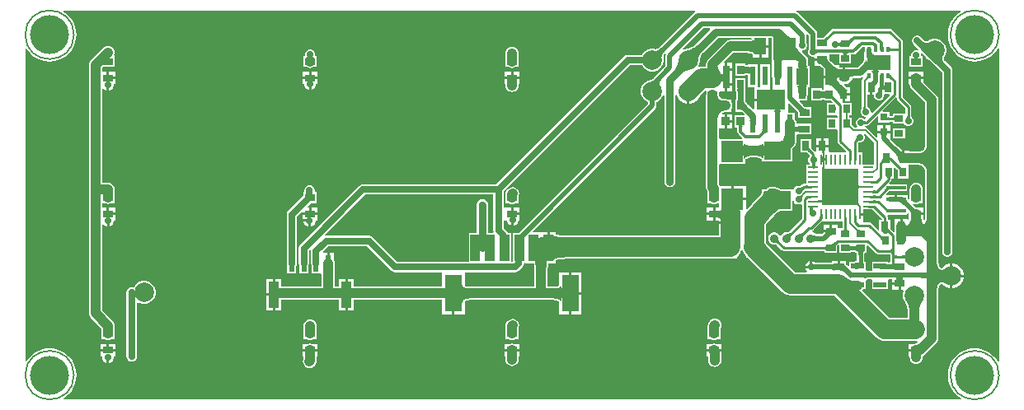
<source format=gtl>
G04*
G04 #@! TF.GenerationSoftware,Altium Limited,Altium Designer,21.6.1 (37)*
G04*
G04 Layer_Physical_Order=1*
G04 Layer_Color=255*
%FSLAX44Y44*%
%MOMM*%
G71*
G04*
G04 #@! TF.SameCoordinates,0813FF6F-B006-406F-97BA-69BB68F56CCD*
G04*
G04*
G04 #@! TF.FilePolarity,Positive*
G04*
G01*
G75*
%ADD10C,0.2000*%
%ADD17C,0.3000*%
%ADD18C,2.0000*%
%ADD19R,1.0000X2.7000*%
%ADD20R,0.6000X1.7000*%
%ADD21R,1.8000X3.8000*%
%ADD22R,1.0000X2.7000*%
%ADD23R,1.0000X0.8000*%
%ADD24R,0.9000X0.7000*%
%ADD25R,0.8000X1.0000*%
%ADD26R,0.3000X0.5250*%
%ADD27R,1.1500X1.8200*%
%ADD28R,1.3208X0.5588*%
%ADD29R,0.7000X0.9000*%
%ADD30R,1.0800X0.2600*%
%ADD31R,0.2600X1.0800*%
%ADD32R,3.7000X3.7000*%
%ADD33R,2.0000X0.4000*%
%ADD34R,0.8000X0.8000*%
%ADD35R,1.3800X1.8200*%
%ADD36R,2.7940X1.9050*%
%ADD37R,2.3000X2.2000*%
%ADD38R,3.0000X2.1300*%
%ADD39R,0.6000X1.9700*%
%ADD40R,0.8900X0.9300*%
%ADD67C,0.1700*%
%ADD68R,2.4500X1.6500*%
%ADD69C,0.7000*%
%ADD70C,0.5000*%
%ADD71C,1.0000*%
%ADD72C,0.8000*%
%ADD73C,2.0000*%
%ADD74C,0.2500*%
%ADD75C,0.4000*%
%ADD76C,0.1800*%
%ADD77C,0.6000*%
%ADD78C,0.9000*%
%ADD79C,4.0000*%
%ADD80C,0.7000*%
%ADD81C,1.2700*%
G36*
X824737Y370970D02*
X824217Y370432D01*
X823403Y369479D01*
X823110Y369064D01*
X822892Y368690D01*
X822750Y368357D01*
X822684Y368065D01*
X822693Y367814D01*
X822778Y367603D01*
X822939Y367434D01*
X818934Y370439D01*
X819148Y370323D01*
X819393Y370273D01*
X819669Y370288D01*
X819976Y370369D01*
X820314Y370516D01*
X820683Y370729D01*
X821083Y371007D01*
X821514Y371352D01*
X822469Y372237D01*
X824737Y370970D01*
D02*
G37*
G36*
X849651Y368530D02*
X848920Y367778D01*
X847272Y365817D01*
X846906Y365262D01*
X846630Y364756D01*
X846445Y364300D01*
X846352Y363893D01*
X846350Y363535D01*
X846439Y363227D01*
X843727Y368939D01*
X843891Y368705D01*
X844112Y368571D01*
X844391Y368537D01*
X844729Y368603D01*
X845124Y368768D01*
X845577Y369033D01*
X846088Y369398D01*
X846658Y369863D01*
X847970Y371091D01*
X849651Y368530D01*
D02*
G37*
G36*
X837561Y362100D02*
X837531Y362385D01*
X837440Y362640D01*
X837288Y362865D01*
X837076Y363060D01*
X836803Y363225D01*
X836470Y363360D01*
X836076Y363465D01*
X835824Y363507D01*
X835819Y363506D01*
X835522Y363432D01*
X835246Y363338D01*
X834990Y363223D01*
X834755Y363086D01*
X834541Y362929D01*
X834347Y362751D01*
X834174Y362552D01*
X833614Y367420D01*
X833824Y367264D01*
X834051Y367125D01*
X834294Y367002D01*
X834553Y366895D01*
X834829Y366805D01*
X835120Y366731D01*
X835428Y366674D01*
X835572Y366656D01*
X835621Y366660D01*
X836076Y366735D01*
X836470Y366840D01*
X836803Y366975D01*
X837076Y367140D01*
X837288Y367335D01*
X837440Y367560D01*
X837531Y367815D01*
X837561Y368100D01*
Y362100D01*
D02*
G37*
G36*
X960996Y398730D02*
X958756Y397357D01*
X955459Y394541D01*
X952643Y391244D01*
X950377Y387546D01*
X948717Y383540D01*
X947705Y379323D01*
X947365Y375000D01*
X947705Y370677D01*
X948717Y366460D01*
X950377Y362454D01*
X952643Y358756D01*
X955459Y355459D01*
X958756Y352643D01*
X962454Y350377D01*
X966460Y348717D01*
X970677Y347705D01*
X975000Y347365D01*
X979323Y347705D01*
X983540Y348717D01*
X987546Y350377D01*
X991244Y352643D01*
X994541Y355459D01*
X997357Y358756D01*
X998730Y360997D01*
X1000000Y360638D01*
Y39362D01*
X998730Y39004D01*
X997357Y41244D01*
X994541Y44541D01*
X991244Y47357D01*
X987546Y49623D01*
X983540Y51283D01*
X979323Y52295D01*
X975000Y52635D01*
X970677Y52295D01*
X966460Y51283D01*
X962454Y49623D01*
X958756Y47357D01*
X955459Y44541D01*
X952643Y41244D01*
X950377Y37546D01*
X948717Y33540D01*
X947705Y29323D01*
X947365Y25000D01*
X947705Y20677D01*
X948717Y16460D01*
X950377Y12454D01*
X952643Y8756D01*
X955459Y5459D01*
X958756Y2643D01*
X960996Y1270D01*
X960638Y0D01*
X39362D01*
X39004Y1270D01*
X41244Y2643D01*
X44541Y5459D01*
X47357Y8756D01*
X49623Y12454D01*
X51283Y16460D01*
X52295Y20677D01*
X52635Y25000D01*
X52295Y29323D01*
X51283Y33540D01*
X49623Y37546D01*
X47357Y41244D01*
X44541Y44541D01*
X41244Y47357D01*
X37546Y49623D01*
X33540Y51283D01*
X29323Y52295D01*
X25000Y52635D01*
X20677Y52295D01*
X16460Y51283D01*
X12454Y49623D01*
X8756Y47357D01*
X5459Y44541D01*
X2643Y41244D01*
X1270Y39004D01*
X0Y39362D01*
Y360638D01*
X1270Y360997D01*
X2643Y358756D01*
X5459Y355459D01*
X8756Y352643D01*
X12454Y350377D01*
X16460Y348717D01*
X20677Y347705D01*
X25000Y347365D01*
X29323Y347705D01*
X33540Y348717D01*
X37546Y350377D01*
X41244Y352643D01*
X44541Y355459D01*
X47357Y358756D01*
X49623Y362454D01*
X51283Y366460D01*
X52295Y370677D01*
X52635Y375000D01*
X52295Y379323D01*
X51283Y383540D01*
X49623Y387546D01*
X47357Y391244D01*
X44541Y394541D01*
X41244Y397357D01*
X39004Y398730D01*
X39362Y400000D01*
X687637D01*
X688023Y398730D01*
X686972Y398028D01*
X650599Y361655D01*
X650276Y361386D01*
X649761Y361016D01*
X649277Y360727D01*
X648828Y360514D01*
X648417Y360370D01*
X648040Y360287D01*
X647692Y360257D01*
X647362Y360274D01*
X646920Y360360D01*
X646809Y360360D01*
X645540Y360700D01*
X642460D01*
X639484Y359903D01*
X636816Y358362D01*
X634638Y356184D01*
X633551Y354302D01*
X619000D01*
X616971Y353898D01*
X615251Y352749D01*
X483804Y221302D01*
X347000D01*
X344971Y220898D01*
X343251Y219749D01*
X282501Y158999D01*
X281352Y157279D01*
X280948Y155250D01*
Y139941D01*
X281352Y137912D01*
X281550Y137615D01*
Y129741D01*
X290950D01*
Y137615D01*
X291148Y137912D01*
X291552Y139941D01*
Y153037D01*
X292509Y153810D01*
X293548Y153254D01*
X293448Y152750D01*
Y139941D01*
X293852Y137912D01*
X294050Y137615D01*
Y129741D01*
X303450D01*
X304492Y129191D01*
Y115758D01*
X262790D01*
Y123981D01*
X256520D01*
Y107941D01*
Y91901D01*
X262790D01*
Y102242D01*
X322210D01*
Y91901D01*
X328480D01*
Y107941D01*
Y123981D01*
X322210D01*
Y115758D01*
X318008D01*
Y139941D01*
X317778Y141690D01*
X317102Y143319D01*
X316790Y143727D01*
Y150981D01*
X312520D01*
Y139941D01*
X309980D01*
Y150981D01*
X306275D01*
X305749Y152250D01*
X311196Y157698D01*
X350804D01*
X376251Y132251D01*
X377971Y131102D01*
X380000Y130698D01*
X426946D01*
X428150Y130540D01*
Y115758D01*
X337290D01*
Y123981D01*
X331020D01*
Y107941D01*
Y91901D01*
X337290D01*
Y102242D01*
X428150D01*
Y87460D01*
X438420D01*
Y109000D01*
X440961D01*
Y87460D01*
X451231D01*
Y100760D01*
X451284Y100810D01*
X451920Y101198D01*
X452795Y101554D01*
X453912Y101854D01*
X455267Y102079D01*
X456853Y102219D01*
X457750Y102242D01*
X541631D01*
X542528Y102219D01*
X544114Y102079D01*
X545469Y101854D01*
X546586Y101554D01*
X547461Y101198D01*
X548097Y100810D01*
X548150Y100760D01*
Y87460D01*
X558420D01*
Y109000D01*
Y130540D01*
X548150D01*
Y117240D01*
X548097Y117190D01*
X547461Y116803D01*
X546586Y116446D01*
X545469Y116146D01*
X544114Y115921D01*
X542528Y115781D01*
X541631Y115758D01*
X536448D01*
Y131148D01*
X536750Y139960D01*
X544730D01*
Y143042D01*
X545877Y143474D01*
X547512Y143880D01*
X549561Y144221D01*
X558020Y144794D01*
X721431D01*
X722654Y144955D01*
X723208D01*
X724431Y144794D01*
X725654Y144955D01*
X730871D01*
Y146789D01*
X732775Y148251D01*
X734651Y150695D01*
X735589Y152958D01*
X736963D01*
X737901Y150695D01*
X739776Y148251D01*
X740211Y147816D01*
Y147470D01*
X740209Y147460D01*
X740211Y147454D01*
Y145795D01*
X741258D01*
X754670Y133357D01*
X777586Y110441D01*
X780030Y108565D01*
X782876Y107387D01*
X785931Y106984D01*
X831012D01*
X874412Y63584D01*
X876857Y61709D01*
X879703Y60530D01*
X882757Y60128D01*
X913895D01*
X915521Y60342D01*
X916748Y59222D01*
X916736Y58938D01*
X916231Y58582D01*
X915063Y57867D01*
X913947Y57294D01*
X913740Y57209D01*
X913346Y57158D01*
X907460D01*
Y51887D01*
X913410D01*
X910031Y54587D01*
X911143Y54658D01*
X912288Y54870D01*
X913465Y55223D01*
X914672Y55718D01*
X915912Y56355D01*
X917184Y57133D01*
X918487Y58052D01*
X919822Y59113D01*
X922587Y61658D01*
X930576Y55505D01*
X928561Y53507D01*
X920924Y46710D01*
X920394Y46442D01*
X920076Y46422D01*
X919969Y46648D01*
X915000Y50617D01*
Y49348D01*
X907460D01*
Y44078D01*
X908242D01*
Y43000D01*
X908473Y41251D01*
X909148Y39621D01*
X910221Y38221D01*
X911621Y37148D01*
X913251Y36472D01*
X915000Y36242D01*
X916749Y36472D01*
X918379Y37148D01*
X919779Y38221D01*
X920852Y39621D01*
X921527Y41251D01*
X921758Y43000D01*
Y44078D01*
X922540D01*
Y45182D01*
X923396Y45839D01*
X935779Y58222D01*
X936852Y59621D01*
X937527Y61251D01*
X937758Y63000D01*
Y112420D01*
X937825Y113703D01*
X938085Y115173D01*
X938497Y116410D01*
X939047Y117431D01*
X939732Y118268D01*
X940569Y118953D01*
X940946Y119156D01*
X941195Y119071D01*
X943300Y116966D01*
X946160Y115315D01*
X949349Y114460D01*
X949730D01*
Y127000D01*
Y139540D01*
X949349D01*
X946160Y138685D01*
X943300Y137035D01*
X941195Y134929D01*
X940946Y134844D01*
X940569Y135047D01*
X939732Y135732D01*
X939047Y136569D01*
X938497Y137590D01*
X938085Y138827D01*
X937825Y140297D01*
X937758Y141580D01*
Y173000D01*
Y248000D01*
Y308000D01*
X937527Y309749D01*
X936852Y311379D01*
X935779Y312778D01*
X922540Y326017D01*
Y329347D01*
X915000D01*
X907460D01*
Y324077D01*
X908242D01*
Y324000D01*
X908473Y322251D01*
X909148Y320621D01*
X910221Y319222D01*
Y319221D01*
X910222Y319221D01*
X924242Y305201D01*
Y262581D01*
X924175Y261297D01*
X923915Y259827D01*
X923503Y258590D01*
X922953Y257569D01*
X922268Y256732D01*
X921431Y256047D01*
X920410Y255497D01*
X919173Y255085D01*
X917703Y254825D01*
X916420Y254758D01*
X908161D01*
Y256135D01*
X902891D01*
Y253033D01*
X902958Y253036D01*
X903381Y253209D01*
X903722Y253534D01*
X902891Y252427D01*
Y248595D01*
X900351D01*
Y249046D01*
X897682Y245494D01*
X897917Y245924D01*
X898020Y246417D01*
X897992Y246971D01*
X897833Y247586D01*
X897542Y248262D01*
X897120Y249000D01*
X897083Y249054D01*
X896621Y248592D01*
X896552Y248940D01*
X896345Y249397D01*
X896000Y249962D01*
X895516Y250636D01*
X894136Y252309D01*
X891031Y255635D01*
X889720Y256960D01*
X893256Y260496D01*
X894581Y259185D01*
X900254Y254216D01*
X900351Y254157D01*
Y256436D01*
X896206Y260066D01*
X888843Y267429D01*
X888411Y268555D01*
X888411D01*
X888411Y268555D01*
Y273825D01*
X881871D01*
X875331D01*
Y270214D01*
X874061Y269688D01*
X864874Y278874D01*
X864015Y279449D01*
X863062Y279639D01*
X862966Y279716D01*
X862381Y280826D01*
X862367Y280921D01*
X862830Y281551D01*
X862831Y281551D01*
X863024Y281583D01*
X863070Y281587D01*
X863595D01*
X864746Y281816D01*
X865722Y282468D01*
X874998Y291744D01*
X876171Y291258D01*
Y284395D01*
X885836D01*
X885851Y284392D01*
X885865Y284395D01*
X887571D01*
Y285562D01*
X887654Y285575D01*
X887797Y285587D01*
X890694D01*
X890846Y285574D01*
X890921Y285562D01*
Y283395D01*
X902362D01*
X902412Y283273D01*
X903875Y281810D01*
X905787Y281019D01*
X907855D01*
X909766Y281810D01*
X911229Y283273D01*
X912021Y285184D01*
Y287253D01*
X911229Y289164D01*
X910607Y289786D01*
X910528Y289911D01*
X910346Y290103D01*
X910227Y290250D01*
X910126Y290396D01*
X910042Y290543D01*
X909971Y290693D01*
X909914Y290849D01*
X909868Y291014D01*
X909834Y291191D01*
X909829Y291239D01*
Y300765D01*
X909829Y300765D01*
X909600Y301916D01*
X908948Y302892D01*
X901008Y310832D01*
Y358631D01*
X901008Y358632D01*
X901008Y358632D01*
Y368000D01*
X900779Y369151D01*
X900127Y370127D01*
X890127Y380127D01*
X889151Y380779D01*
X888000Y381008D01*
X830000D01*
X830000Y381008D01*
X828849Y380779D01*
X827873Y380127D01*
X820791Y373045D01*
X820383Y372666D01*
X820046Y372397D01*
X819763Y372200D01*
X813479D01*
X813282Y372440D01*
Y376000D01*
X812956Y377639D01*
X812028Y379028D01*
X793028Y398028D01*
X791977Y398730D01*
X792363Y400000D01*
X960638D01*
X960996Y398730D01*
D02*
G37*
G36*
X703326Y380544D02*
X687147Y364366D01*
X686710Y364000D01*
X685849Y363366D01*
X684959Y362790D01*
X684036Y362273D01*
X683081Y361813D01*
X682092Y361411D01*
X681068Y361066D01*
X680007Y360777D01*
X679640Y360700D01*
X679460D01*
X676484Y359903D01*
X675883Y359556D01*
X675103Y360572D01*
X696249Y381718D01*
X702840D01*
X703326Y380544D01*
D02*
G37*
G36*
X656150Y357614D02*
X655542Y356971D01*
X655014Y356337D01*
X654566Y355712D01*
X654197Y355096D01*
X653908Y354489D01*
X653699Y353891D01*
X653570Y353302D01*
X653520Y352721D01*
X653550Y352150D01*
X653659Y351588D01*
X646588Y358659D01*
X647150Y358550D01*
X647721Y358520D01*
X648302Y358570D01*
X648891Y358699D01*
X649489Y358908D01*
X650096Y359197D01*
X650712Y359566D01*
X651337Y360014D01*
X651971Y360542D01*
X652614Y361150D01*
X656150Y357614D01*
D02*
G37*
G36*
X887585Y362108D02*
X887661Y361895D01*
X887788Y361708D01*
X887965Y361545D01*
X888193Y361408D01*
X888471Y361295D01*
X888800Y361208D01*
X889179Y361145D01*
X889610Y361108D01*
X890090Y361095D01*
Y358595D01*
X889610Y358583D01*
X889179Y358545D01*
X888800Y358483D01*
X888471Y358395D01*
X888193Y358283D01*
X887965Y358145D01*
X887788Y357983D01*
X887661Y357795D01*
X887585Y357583D01*
X887560Y357345D01*
Y362345D01*
X887585Y362108D01*
D02*
G37*
G36*
X811174Y360067D02*
X811405Y359948D01*
X811652Y359843D01*
X811915Y359752D01*
X812193Y359675D01*
X812487Y359612D01*
X812797Y359563D01*
X813465Y359507D01*
X813822Y359500D01*
X814507Y356500D01*
X814147Y356489D01*
X813811Y356456D01*
X813496Y356401D01*
X813205Y356324D01*
X812937Y356225D01*
X812692Y356104D01*
X812469Y355961D01*
X812270Y355796D01*
X812093Y355608D01*
X811939Y355399D01*
X810959Y360200D01*
X811174Y360067D01*
D02*
G37*
G36*
X869185Y358486D02*
X869260Y357632D01*
X869385Y356878D01*
X869560Y356225D01*
X869785Y355672D01*
X870060Y355219D01*
X870385Y354866D01*
X870760Y354614D01*
X871185Y354461D01*
X871660Y354409D01*
X864151Y354440D01*
X864160Y359440D01*
X869160D01*
X869185Y358486D01*
D02*
G37*
G36*
X749430Y353931D02*
X749331Y354704D01*
X749031Y355396D01*
X748531Y356006D01*
X747831Y356535D01*
X746930Y356983D01*
X745831Y357349D01*
X744530Y357634D01*
X743030Y357837D01*
X741330Y357959D01*
X739430Y358000D01*
Y368000D01*
X741330Y368041D01*
X744530Y368366D01*
X745831Y368651D01*
X746930Y369017D01*
X747831Y369465D01*
X748531Y369994D01*
X749031Y370605D01*
X749331Y371296D01*
X749430Y372070D01*
Y353931D01*
D02*
G37*
G36*
X846500Y356500D02*
X846500D01*
X846500Y356500D01*
X845930Y356470D01*
X845420Y356380D01*
X844970Y356230D01*
X844580Y356020D01*
X844250Y355750D01*
X843980Y355420D01*
X843770Y355030D01*
X843756Y354989D01*
X843875Y354697D01*
X844040Y354424D01*
X844235Y354212D01*
X844460Y354060D01*
X844715Y353969D01*
X845000Y353939D01*
X843523D01*
X843500Y353500D01*
X840500D01*
Y353500D01*
X840500D01*
X840477Y353939D01*
X839000D01*
X839285Y353969D01*
X839540Y354060D01*
X839765Y354212D01*
X839960Y354424D01*
X840125Y354697D01*
X840244Y354989D01*
X840230Y355030D01*
X840200Y355086D01*
X840020Y355420D01*
X839750Y355750D01*
X839420Y356020D01*
X839030Y356230D01*
X838580Y356380D01*
X838070Y356470D01*
X837500Y356500D01*
X837500Y356500D01*
X837500D01*
X842000Y359500D01*
X846500Y356500D01*
D02*
G37*
G36*
X766940Y371609D02*
Y350884D01*
X766659Y349471D01*
X766659Y349471D01*
Y332845D01*
X767102Y330621D01*
X767771Y329619D01*
Y321295D01*
X767391Y321292D01*
Y308095D01*
X766121D01*
Y306825D01*
X748581D01*
Y298598D01*
X747412Y298101D01*
X746875Y298618D01*
X741874Y303619D01*
X741360Y304177D01*
X740414Y305343D01*
X740100Y305791D01*
X739874Y306164D01*
X739746Y306426D01*
X739709Y306538D01*
X739700Y306604D01*
Y308200D01*
X739542D01*
X739413Y310428D01*
Y316612D01*
X739428Y317381D01*
X739468Y317895D01*
X739821D01*
Y319611D01*
X739824Y319626D01*
X739821Y319640D01*
Y330295D01*
X729421D01*
Y319640D01*
X729418Y319626D01*
X729421Y319611D01*
Y317895D01*
X729679D01*
X729829Y315555D01*
Y309380D01*
X729751Y308200D01*
X729300D01*
Y306484D01*
X729297Y306469D01*
X729300Y306455D01*
Y295800D01*
X735616D01*
X736449Y295210D01*
X738307Y293620D01*
X738298Y293239D01*
X737930Y292350D01*
X728550D01*
Y279650D01*
X731340D01*
X731369Y279542D01*
X731419Y279242D01*
X731437Y279037D01*
Y275300D01*
X731686Y274051D01*
X732393Y272993D01*
X736321Y269065D01*
X735795Y267795D01*
X712921D01*
X712758Y268998D01*
Y278810D01*
X718030D01*
Y286000D01*
Y293190D01*
X716184D01*
X715815Y294460D01*
X715952Y294547D01*
X716936Y294933D01*
X718116Y295178D01*
X719158Y295242D01*
X719500D01*
X721249Y295473D01*
X722040Y295800D01*
X724700D01*
Y297771D01*
X725352Y298621D01*
X726028Y300251D01*
X726258Y302000D01*
X726028Y303749D01*
X725352Y305379D01*
X724700Y306229D01*
Y308200D01*
X722040D01*
X721249Y308528D01*
X719500Y308758D01*
X718927D01*
X718036Y308794D01*
X716771Y308964D01*
X715712Y309234D01*
X714855Y309587D01*
X714186Y310006D01*
X713674Y310484D01*
X713284Y311039D01*
X712993Y311706D01*
X712805Y312521D01*
X712758Y313204D01*
Y313500D01*
X712700Y313939D01*
Y316150D01*
X713581Y317055D01*
X718351D01*
Y324095D01*
X719621D01*
Y325365D01*
X725661D01*
Y331135D01*
X725661D01*
Y332055D01*
X725661D01*
Y337825D01*
X719621D01*
Y339095D01*
X718351D01*
Y346136D01*
X717865Y347308D01*
X726799Y356242D01*
X740556D01*
X741249Y356227D01*
X742852Y356112D01*
X744228Y355926D01*
X745370Y355675D01*
X746267Y355377D01*
X746860Y355082D01*
Y351360D01*
X753880D01*
Y363000D01*
X755150D01*
Y364270D01*
X763440D01*
Y371988D01*
X766560D01*
X766940Y371609D01*
D02*
G37*
G36*
X695662Y359005D02*
X694855Y358138D01*
X694123Y357225D01*
X693466Y356266D01*
X692884Y355263D01*
X692378Y354214D01*
X691947Y353120D01*
X691591Y351980D01*
X691310Y350795D01*
X691105Y349565D01*
X690975Y348289D01*
X679219Y358840D01*
X680414Y359091D01*
X681573Y359407D01*
X682696Y359785D01*
X683784Y360228D01*
X684837Y360734D01*
X685854Y361305D01*
X686835Y361939D01*
X687781Y362637D01*
X688692Y363399D01*
X689567Y364224D01*
X695662Y359005D01*
D02*
G37*
G36*
X862581Y361063D02*
X862339Y359845D01*
X862377Y359650D01*
Y357010D01*
X861581D01*
Y349325D01*
X861382Y348885D01*
X860898Y348011D01*
X860317Y347121D01*
X859638Y346217D01*
X859145Y345639D01*
X854808Y341302D01*
X844365D01*
X842270Y341863D01*
Y338258D01*
X843097Y338994D01*
X850407Y339500D01*
X851140Y332500D01*
X850439Y332487D01*
X849234Y332385D01*
X848731Y332296D01*
X848293Y332181D01*
X847922Y332041D01*
X847617Y331875D01*
X847377Y331684D01*
X847204Y331467D01*
X847097Y331225D01*
X842270Y335662D01*
Y333000D01*
X840570D01*
Y332500D01*
X839240Y332465D01*
X838049Y332360D01*
X837000Y332185D01*
X836089Y331940D01*
X835320Y331625D01*
X834689Y331240D01*
X834200Y330785D01*
X833849Y330260D01*
X833640Y329665D01*
X833569Y329000D01*
Y332371D01*
X833273Y332421D01*
X832375Y332491D01*
X831850Y332500D01*
Y339500D01*
X833569Y339356D01*
Y341069D01*
X833640Y340771D01*
X833849Y340504D01*
X834200Y340269D01*
X834689Y340065D01*
X835320Y339892D01*
X836089Y339751D01*
X837000Y339641D01*
X839240Y339516D01*
X839730Y339510D01*
Y341863D01*
X837757Y341335D01*
X837152Y341369D01*
X836350Y341465D01*
X836140Y341504D01*
Y343640D01*
X832035D01*
X832022Y343648D01*
X827501Y347550D01*
X827458Y347596D01*
X826787Y348447D01*
X826206Y349281D01*
X825725Y350079D01*
X825540Y350447D01*
Y354737D01*
X835800D01*
Y345300D01*
X848200D01*
Y354737D01*
X850636D01*
X851884Y354986D01*
X852943Y355693D01*
X859987Y362737D01*
X862581D01*
Y361063D01*
D02*
G37*
G36*
X869565Y353009D02*
X870035Y352635D01*
X870507Y352326D01*
X870979Y352081D01*
X871451Y351901D01*
X871924Y351785D01*
X872398Y351734D01*
X872872Y351746D01*
X873347Y351824D01*
X873822Y351965D01*
X869993Y343942D01*
X869818Y344408D01*
X869615Y344872D01*
X869384Y345334D01*
X868834Y346252D01*
X868517Y346707D01*
X867795Y347613D01*
X867391Y348063D01*
X866959Y348511D01*
X869094Y353446D01*
X869565Y353009D01*
D02*
G37*
G36*
X746129Y370718D02*
X745306Y370311D01*
X744257Y370081D01*
X741224Y369772D01*
X740556Y369758D01*
X724000D01*
X722251Y369528D01*
X720621Y368852D01*
X719221Y367779D01*
X701221Y349779D01*
X700148Y348379D01*
X699473Y346749D01*
X699242Y345000D01*
Y344278D01*
X699240Y344209D01*
X699163Y343433D01*
X699035Y342671D01*
X698946Y342301D01*
X694442D01*
X691917Y341968D01*
X691095Y343084D01*
X691903Y344484D01*
X692700Y347460D01*
Y348122D01*
X692824Y349334D01*
X693010Y350452D01*
X693263Y351521D01*
X693582Y352543D01*
X693967Y353518D01*
X694417Y354450D01*
X694932Y355340D01*
X695516Y356191D01*
X695943Y356724D01*
X711207Y371988D01*
X745832D01*
X746129Y370718D01*
D02*
G37*
G36*
X774533Y373129D02*
X779130Y377726D01*
X780771Y376143D01*
X783713Y373653D01*
X785014Y372748D01*
X786202Y372070D01*
X787276Y371617D01*
X788238Y371391D01*
X789087D01*
X789822Y371617D01*
X790444Y372070D01*
X782901Y364527D01*
X786277Y361056D01*
X790539Y367744D01*
X790202Y367012D01*
X790066Y366192D01*
X790131Y365283D01*
X790398Y364285D01*
X790866Y363198D01*
X791535Y362022D01*
X792406Y360757D01*
X793478Y359404D01*
X794752Y357962D01*
X796226Y356431D01*
X794675Y352422D01*
X798150Y348850D01*
X802150D01*
X802167Y347372D01*
X802425Y343871D01*
X802580Y343015D01*
X802769Y342314D01*
X802993Y341770D01*
X803251Y341381D01*
X803543Y341147D01*
X803869Y341069D01*
X792430D01*
X792757Y341147D01*
X793049Y341381D01*
X793307Y341770D01*
X793531Y342314D01*
X793720Y343015D01*
X793875Y343871D01*
X793995Y344882D01*
X794133Y347372D01*
X794150Y348850D01*
X798150D01*
X798000Y349000D01*
X793351D01*
X793070Y348274D01*
X792319Y349000D01*
X777710D01*
X776930Y348274D01*
X776611Y349000D01*
X768562D01*
X768549Y349013D01*
X768674Y349138D01*
Y372326D01*
X764000Y377000D01*
X765000Y378000D01*
X767000D01*
Y379150D01*
X767850Y380000D01*
X774533Y373129D01*
D02*
G37*
G36*
X657929Y354586D02*
X657718Y353525D01*
Y342774D01*
X645666Y330722D01*
X645605Y330667D01*
X644491Y329782D01*
X644003Y329450D01*
X643527Y329164D01*
X643081Y328934D01*
X642667Y328759D01*
X642490Y328700D01*
X642460D01*
X639484Y327903D01*
X636816Y326362D01*
X634638Y324184D01*
X633097Y321516D01*
X632300Y318540D01*
Y315460D01*
X633097Y312484D01*
X634638Y309816D01*
X636816Y307638D01*
X639484Y306097D01*
X639718Y306035D01*
Y304023D01*
X506895Y171200D01*
X500490D01*
Y141302D01*
X498890D01*
Y171200D01*
X495616D01*
X495589Y171339D01*
X494440Y173058D01*
X491302Y176196D01*
Y183807D01*
X492460Y184077D01*
X492572Y184077D01*
X494463D01*
Y183440D01*
X495382Y181220D01*
X497081Y179521D01*
X499233Y178630D01*
Y184641D01*
X501773D01*
Y178630D01*
X503924Y179521D01*
X505623Y181220D01*
X506543Y183440D01*
Y184077D01*
X507540D01*
Y189347D01*
X500000D01*
Y190618D01*
X498730D01*
Y197157D01*
X492572D01*
X492460Y197157D01*
X491302Y197428D01*
Y213804D01*
X621196Y343698D01*
X633551D01*
X634638Y341816D01*
X636816Y339638D01*
X639484Y338097D01*
X642460Y337300D01*
X645540D01*
X648516Y338097D01*
X651184Y339638D01*
X653362Y341816D01*
X654903Y344484D01*
X655700Y347460D01*
Y350540D01*
X655360Y351809D01*
X655360Y351920D01*
X655274Y352363D01*
X655257Y352692D01*
X655287Y353040D01*
X655370Y353417D01*
X655514Y353829D01*
X655727Y354277D01*
X656016Y354761D01*
X656280Y355128D01*
X656800Y355415D01*
X657929Y354586D01*
D02*
G37*
G36*
X711030Y344095D02*
X711118Y343203D01*
X711266Y342325D01*
X711473Y341461D01*
X711739Y340610D01*
X712064Y339772D01*
X712448Y338948D01*
X712892Y338138D01*
X713394Y337341D01*
X713956Y336558D01*
X698044D01*
X698606Y337341D01*
X699108Y338138D01*
X699552Y338948D01*
X699936Y339772D01*
X700261Y340610D01*
X700527Y341461D01*
X700734Y342325D01*
X700882Y343203D01*
X700971Y344095D01*
X701000Y345000D01*
X711000D01*
X711030Y344095D01*
D02*
G37*
G36*
X804718Y374226D02*
Y373245D01*
X804518Y372240D01*
Y360760D01*
X804615Y360269D01*
X804592Y360246D01*
X803800Y358334D01*
Y356266D01*
X804592Y354354D01*
X806054Y352892D01*
X807966Y352100D01*
X810034D01*
X810460Y351816D01*
Y350770D01*
X818000D01*
Y349500D01*
X822970Y353470D01*
X823019Y352662D01*
X823167Y351835D01*
X823415Y350989D01*
X823762Y350124D01*
X824207Y349240D01*
X824751Y348337D01*
X825395Y347414D01*
X826137Y346472D01*
X826292Y346303D01*
X830980Y342257D01*
X831785Y341738D01*
X832484Y341367D01*
X833079Y341144D01*
X833569Y341069D01*
X822161Y335470D01*
X822705Y335860D01*
X823018Y336384D01*
X823099Y337041D01*
X822948Y337831D01*
X822566Y338755D01*
X821952Y339811D01*
X821106Y341001D01*
X820040Y342311D01*
X819086Y343105D01*
X818163Y343749D01*
X817260Y344293D01*
X816376Y344739D01*
X815510Y345085D01*
X814665Y345332D01*
X813838Y345481D01*
X813030Y345531D01*
X816410Y348230D01*
X810460D01*
Y342960D01*
X816053D01*
X816421Y342775D01*
X817219Y342294D01*
X818034Y341726D01*
X818802Y341087D01*
X819560Y340155D01*
Y333270D01*
X827850D01*
Y330730D01*
X819560D01*
Y320360D01*
X819560Y320360D01*
X819560Y320360D01*
X819995Y319753D01*
X819770Y318554D01*
X819750Y318550D01*
X819002Y318489D01*
X817821Y318778D01*
Y319795D01*
X816105D01*
X816090Y319798D01*
X816076Y319795D01*
X807421D01*
Y307395D01*
X816076D01*
X816090Y307392D01*
X816105Y307395D01*
X817821D01*
Y308487D01*
X818010Y308544D01*
X818492Y308641D01*
X819240Y308702D01*
X820421Y308412D01*
Y307395D01*
X822137D01*
X822151Y307392D01*
X822166Y307395D01*
X827633D01*
X828392Y306742D01*
X829166Y305968D01*
X828680Y304795D01*
X823421D01*
Y292395D01*
X833821D01*
X834163Y291267D01*
Y290923D01*
X833821Y289795D01*
X832893Y289795D01*
X823421D01*
Y277395D01*
X833821Y277395D01*
X834163Y276267D01*
Y265341D01*
X834392Y264190D01*
X835044Y263214D01*
X843143Y255115D01*
X842617Y253845D01*
X825961D01*
Y254685D01*
X825161D01*
Y259325D01*
X812081D01*
Y255185D01*
X810811Y254659D01*
X808157Y257313D01*
X807753Y257748D01*
X807475Y258095D01*
X807321Y258317D01*
Y259147D01*
X807324Y259161D01*
X807321Y259175D01*
Y267295D01*
X795921D01*
Y253895D01*
X802041D01*
X802055Y253892D01*
X802069Y253895D01*
X802899D01*
X803101Y253755D01*
X803793Y253169D01*
X806068Y250894D01*
X806029Y250738D01*
X805970Y250559D01*
X805897Y250385D01*
X805811Y250213D01*
X805708Y250042D01*
X805588Y249870D01*
X805415Y249654D01*
X805396Y249617D01*
X805016Y249237D01*
X804224Y247326D01*
Y245257D01*
X805016Y243346D01*
X805497Y242865D01*
X805393Y242205D01*
X805378Y242172D01*
X804919Y241595D01*
X801871D01*
Y230595D01*
Y221603D01*
X799315D01*
X798164Y221374D01*
X797188Y220722D01*
X796311Y219845D01*
X796274Y219816D01*
X796156Y219742D01*
X796052Y219690D01*
X795960Y219657D01*
X795873Y219636D01*
X795783Y219625D01*
X795684Y219624D01*
X795569Y219636D01*
X795515Y219647D01*
X795156Y219795D01*
X793087D01*
X791176Y219004D01*
X789713Y217541D01*
X789061Y215966D01*
X787791Y216219D01*
Y216420D01*
X775536D01*
X775021Y216815D01*
X772175Y217994D01*
X769121Y218396D01*
X768360Y218296D01*
X767155Y218795D01*
X765087D01*
X763175Y218004D01*
X761712Y216541D01*
X761663Y216420D01*
X756451D01*
Y212814D01*
X756357Y212582D01*
X755606Y211297D01*
X754475Y209695D01*
X746271Y200434D01*
X741431Y195594D01*
X740161Y196120D01*
Y204825D01*
X726121D01*
Y206095D01*
X724851D01*
Y219635D01*
X713453D01*
X713352Y219879D01*
X712758Y220654D01*
Y241193D01*
X712921Y242395D01*
X739321D01*
Y245716D01*
X739362Y246110D01*
X739523Y246562D01*
X739790Y246962D01*
X740215Y247355D01*
X740851Y247743D01*
X741725Y248099D01*
X742842Y248399D01*
X744198Y248624D01*
X745783Y248764D01*
X746680Y248787D01*
X749313D01*
X750001Y248773D01*
X751604Y248658D01*
X752981Y248473D01*
X754123Y248224D01*
X755022Y247927D01*
X755669Y247607D01*
X756075Y247302D01*
X756290Y247041D01*
X756394Y246801D01*
X756451Y246367D01*
Y244770D01*
X758167D01*
X758181Y244767D01*
X758195Y244770D01*
X787791D01*
Y257663D01*
X789779Y259651D01*
X790852Y261050D01*
X791527Y262680D01*
X791758Y264429D01*
Y271847D01*
X792991Y272630D01*
X793421Y272402D01*
Y272395D01*
X795137D01*
X795151Y272392D01*
X795166Y272395D01*
X806821D01*
Y283795D01*
X795166D01*
X795151Y283798D01*
X795137Y283795D01*
X793421D01*
Y283795D01*
X793160Y283652D01*
X791803Y284302D01*
X791698Y285094D01*
X791023Y286724D01*
X789949Y288123D01*
X789871Y288184D01*
Y294895D01*
X784927D01*
X783661Y294905D01*
Y303840D01*
X784834Y304326D01*
X791319Y297841D01*
X792230Y296864D01*
X792891Y296045D01*
X793397Y295326D01*
X793421Y295285D01*
Y289395D01*
X806821D01*
Y300795D01*
X801111D01*
X800642Y301063D01*
X799971Y301528D01*
X798525Y302747D01*
X795050Y306222D01*
X795536Y307395D01*
X802821D01*
Y311118D01*
X802990Y311371D01*
X803432Y313595D01*
Y317411D01*
X803442Y317703D01*
X803544Y318799D01*
X803685Y319726D01*
X803852Y320453D01*
X804027Y320964D01*
X804150Y321200D01*
X805600D01*
Y322916D01*
X805603Y322930D01*
X805600Y322945D01*
Y341055D01*
X805603Y341069D01*
X805600Y341084D01*
Y342800D01*
X804443D01*
X804414Y342872D01*
X804272Y343396D01*
X804147Y344089D01*
X803962Y346605D01*
Y348850D01*
X803962Y348850D01*
X803519Y351074D01*
X802260Y352960D01*
X797689Y357530D01*
X798215Y358800D01*
X799034D01*
X800946Y359592D01*
X802408Y361054D01*
X803200Y362966D01*
Y365034D01*
X802408Y366946D01*
X802282Y367072D01*
Y374000D01*
X802067Y375081D01*
X803238Y375706D01*
X804718Y374226D01*
D02*
G37*
G36*
X682781Y339160D02*
X681586Y338909D01*
X680427Y338593D01*
X679304Y338215D01*
X678216Y337772D01*
X677163Y337265D01*
X676146Y336695D01*
X675165Y336061D01*
X674219Y335363D01*
X673308Y334602D01*
X672433Y333776D01*
X666338Y338995D01*
X667145Y339863D01*
X667877Y340775D01*
X668534Y341734D01*
X669116Y342737D01*
X669622Y343786D01*
X670053Y344880D01*
X670409Y346020D01*
X670690Y347205D01*
X670895Y348435D01*
X671025Y349711D01*
X682781Y339160D01*
D02*
G37*
G36*
X864151Y338001D02*
X864069Y337956D01*
X863902Y337822D01*
X863309Y337285D01*
X859479Y333525D01*
X859202Y343147D01*
X860146Y344141D01*
X860991Y345133D01*
X861737Y346125D01*
X862384Y347117D01*
X862932Y348107D01*
X863380Y349096D01*
X863729Y350085D01*
X863979Y351073D01*
X864130Y352060D01*
X864182Y353046D01*
X864151Y338001D01*
D02*
G37*
G36*
X877906Y339943D02*
X877472Y339772D01*
X877083Y339549D01*
X876740Y339273D01*
X876443Y338943D01*
X876192Y338560D01*
X875986Y338125D01*
X875946Y338001D01*
X878121D01*
X877646Y337951D01*
X877221Y337801D01*
X876846Y337551D01*
X876521Y337201D01*
X876246Y336751D01*
X876021Y336201D01*
X875846Y335551D01*
X875721Y334801D01*
X875646Y333951D01*
X875621Y333001D01*
X870621D01*
X870596Y333951D01*
X870521Y334801D01*
X870396Y335551D01*
X870221Y336201D01*
X869996Y336751D01*
X869721Y337201D01*
X869396Y337551D01*
X869021Y337801D01*
X868596Y337951D01*
X868121Y338001D01*
X871995D01*
X870621Y338815D01*
X870615Y339478D01*
X870474Y341768D01*
X870410Y342251D01*
X870246Y343109D01*
X870146Y343484D01*
X870035Y343822D01*
X877906Y339943D01*
D02*
G37*
G36*
X866694Y330031D02*
X866598Y330198D01*
X866461Y330297D01*
X866282Y330325D01*
X866062Y330285D01*
X865800Y330175D01*
X865496Y329996D01*
X865151Y329747D01*
X864764Y329430D01*
X863865Y328586D01*
X863737Y331287D01*
X864079Y331642D01*
X864631Y332305D01*
X864841Y332612D01*
X865008Y332903D01*
X865130Y333178D01*
X865209Y333437D01*
X865244Y333679D01*
X865235Y333905D01*
X865182Y334115D01*
X866694Y330031D01*
D02*
G37*
G36*
X887617Y334939D02*
X887697Y334659D01*
X887829Y334350D01*
X888015Y334011D01*
X888253Y333642D01*
X888545Y333244D01*
X889287Y332360D01*
X890242Y331359D01*
X889358Y328707D01*
X889108Y328953D01*
X888269Y329677D01*
X888101Y329794D01*
X887949Y329884D01*
X887813Y329949D01*
X887693Y329988D01*
X887590Y330001D01*
Y335190D01*
X887617Y334939D01*
D02*
G37*
G36*
X711040Y334403D02*
X711249Y334343D01*
X711600Y334290D01*
X712089Y334244D01*
X715450Y334132D01*
X717970Y334118D01*
Y327118D01*
X716639Y327112D01*
X711249Y326742D01*
X711040Y326642D01*
X710969Y326530D01*
Y334469D01*
X711040Y334403D01*
D02*
G37*
G36*
X653266Y328731D02*
X652657Y328084D01*
X652147Y327464D01*
X651736Y326870D01*
X651425Y326302D01*
X651214Y325760D01*
X651102Y325245D01*
X651089Y324755D01*
X651176Y324291D01*
X651363Y323853D01*
X651649Y323442D01*
X642246Y326845D01*
X642755Y326962D01*
X643279Y327135D01*
X643817Y327364D01*
X644370Y327649D01*
X644937Y327989D01*
X645519Y328385D01*
X646725Y329343D01*
X647350Y329907D01*
X647990Y330525D01*
X653266Y328731D01*
D02*
G37*
G36*
X881682Y318349D02*
X881659Y318396D01*
X881591Y318437D01*
X881477Y318474D01*
X881318Y318506D01*
X881113Y318533D01*
X880566Y318573D01*
X879405Y318595D01*
Y322595D01*
X879837Y322598D01*
X881318Y322684D01*
X881477Y322716D01*
X881591Y322753D01*
X881659Y322795D01*
X881682Y322842D01*
Y318349D01*
D02*
G37*
G36*
X822151Y309126D02*
X822091Y309405D01*
X821911Y309655D01*
X821611Y309875D01*
X821191Y310066D01*
X820651Y310228D01*
X819991Y310360D01*
X819326Y310448D01*
X818250Y310360D01*
X817590Y310228D01*
X817050Y310066D01*
X816630Y309875D01*
X816330Y309655D01*
X816150Y309405D01*
X816090Y309126D01*
Y318065D01*
X816150Y317785D01*
X816330Y317536D01*
X816630Y317315D01*
X817050Y317124D01*
X817590Y316963D01*
X818250Y316830D01*
X818916Y316742D01*
X819991Y316830D01*
X820651Y316963D01*
X821191Y317124D01*
X821611Y317315D01*
X821911Y317536D01*
X822091Y317785D01*
X822151Y318065D01*
Y309126D01*
D02*
G37*
G36*
X803442Y322850D02*
X803060Y322611D01*
X802723Y322211D01*
X802430Y321651D01*
X802183Y320930D01*
X801981Y320051D01*
X801823Y319011D01*
X801711Y317810D01*
X801621Y314930D01*
X793621D01*
X793609Y316451D01*
X793323Y320930D01*
X793192Y321651D01*
X793038Y322211D01*
X792859Y322611D01*
X792657Y322850D01*
X792430Y322930D01*
X803869D01*
X803442Y322850D01*
D02*
G37*
G36*
X879821Y315943D02*
X879804Y313879D01*
X875178Y315495D01*
X875300Y315573D01*
X875409Y315685D01*
X875506Y315832D01*
X875590Y316013D01*
X875660Y316229D01*
X875718Y316479D01*
X875763Y316763D01*
X875795Y317082D01*
X875821Y317824D01*
X879821Y315943D01*
D02*
G37*
G36*
X738001Y319566D02*
X737921Y319386D01*
X737851Y319086D01*
X737790Y318666D01*
X737696Y317466D01*
X737621Y313626D01*
X731621D01*
X731616Y314766D01*
X731320Y319386D01*
X731241Y319566D01*
X731151Y319626D01*
X738090D01*
X738001Y319566D01*
D02*
G37*
G36*
X828974Y313589D02*
X828947Y313321D01*
X828979Y313028D01*
X829070Y312711D01*
X829220Y312370D01*
X829430Y312004D01*
X829698Y311614D01*
X830026Y311199D01*
X830412Y310761D01*
X830858Y310298D01*
X830262Y307358D01*
X829695Y307908D01*
X828702Y308762D01*
X828277Y309065D01*
X827900Y309286D01*
X827570Y309425D01*
X827288Y309481D01*
X827053Y309455D01*
X826866Y309347D01*
X826727Y309156D01*
X829060Y313833D01*
X828974Y313589D01*
D02*
G37*
G36*
X737624Y311329D02*
X737903Y306530D01*
X737970Y306469D01*
X731031D01*
X731143Y306530D01*
X731243Y306709D01*
X731332Y307010D01*
X731408Y307430D01*
X731473Y307969D01*
X731568Y309410D01*
X731621Y312470D01*
X737621D01*
X737624Y311329D01*
D02*
G37*
G36*
X699300Y317009D02*
Y313939D01*
X699242Y313500D01*
Y302000D01*
Y218000D01*
X699473Y216251D01*
X700148Y214621D01*
X700742Y213846D01*
Y207617D01*
X700800Y207178D01*
Y201917D01*
X703922D01*
X704121Y201765D01*
X705751Y201090D01*
X707500Y200860D01*
X709249Y201090D01*
X710879Y201765D01*
X712081Y201309D01*
Y197157D01*
X708770D01*
Y193521D01*
X712469Y191696D01*
Y194587D01*
X712540Y194498D01*
X712749Y194418D01*
X713100Y194348D01*
X713589Y194286D01*
X714989Y194193D01*
X719470Y194118D01*
Y187118D01*
X718139Y187113D01*
X714578Y186874D01*
X714592Y183617D01*
X714519Y184282D01*
X714306Y184877D01*
X713953Y185403D01*
X713460Y185858D01*
X712827Y186243D01*
X712054Y186558D01*
X711141Y186803D01*
X710088Y186978D01*
X708894Y187083D01*
X708770Y187086D01*
Y184077D01*
X711991D01*
Y182865D01*
X721431D01*
Y180325D01*
X711991D01*
Y169955D01*
X712630D01*
Y168396D01*
X557936D01*
X555027Y168442D01*
X549515Y168782D01*
X547411Y169029D01*
X545734Y169324D01*
X544730Y169592D01*
Y172040D01*
X538461D01*
Y156000D01*
X535920D01*
Y172040D01*
X521506D01*
X521020Y173213D01*
X647028Y299221D01*
X647956Y300610D01*
X648282Y302249D01*
Y306035D01*
X648516Y306097D01*
X651184Y307638D01*
X653362Y309816D01*
X654903Y312484D01*
X654918Y312542D01*
X656188Y312375D01*
Y224000D01*
X656631Y221776D01*
X657890Y219890D01*
X659776Y218631D01*
X662000Y218188D01*
X664224Y218631D01*
X666109Y219890D01*
X667369Y221776D01*
X667812Y224000D01*
Y312862D01*
X669082Y313029D01*
X669315Y312160D01*
X670965Y309300D01*
X673300Y306966D01*
X676160Y305315D01*
X679349Y304460D01*
X679730D01*
Y317000D01*
X682270D01*
Y304460D01*
X682651D01*
X685840Y305315D01*
X688700Y306966D01*
X691034Y309300D01*
X692541Y311909D01*
X698127Y317495D01*
X699300Y317009D01*
D02*
G37*
G36*
X772209Y306193D02*
X772245Y306021D01*
X772328Y305818D01*
X772458Y305583D01*
X772636Y305317D01*
X772861Y305019D01*
X773455Y304329D01*
X774239Y303513D01*
X770703Y299977D01*
X770279Y300393D01*
X768899Y301580D01*
X768633Y301758D01*
X768398Y301888D01*
X768195Y301971D01*
X768023Y302006D01*
X767882Y301994D01*
X772222Y306334D01*
X772209Y306193D01*
D02*
G37*
G36*
X862937Y300867D02*
X862987Y300562D01*
X863069Y300275D01*
X863184Y300007D01*
X863332Y299757D01*
X863513Y299526D01*
X863727Y299313D01*
X863973Y299118D01*
X864253Y298942D01*
X864565Y298783D01*
X859963Y297103D01*
X860145Y297497D01*
X860576Y298597D01*
X860681Y298935D01*
X860835Y299570D01*
X860883Y299866D01*
X860911Y300149D01*
X860921Y300417D01*
X862921Y301190D01*
X862937Y300867D01*
D02*
G37*
G36*
X869891Y313055D02*
X871466D01*
Y311293D01*
X872258Y309382D01*
X873720Y307919D01*
X875632Y307127D01*
X877700D01*
X879612Y307919D01*
X881074Y309382D01*
X881866Y311293D01*
Y313362D01*
X882222Y313895D01*
X886982D01*
X887468Y312722D01*
X869591Y294845D01*
X868321Y295371D01*
Y296630D01*
X867530Y298541D01*
X866067Y300004D01*
X865426Y300269D01*
X865348Y300330D01*
X865109Y300451D01*
X864976Y300535D01*
X864879Y300611D01*
X864812Y300678D01*
X864766Y300737D01*
X864732Y300794D01*
X864705Y300859D01*
X864681Y300941D01*
X864674Y300986D01*
Y313055D01*
X867351D01*
Y320595D01*
X869891D01*
Y313055D01*
D02*
G37*
G36*
X797135Y301652D02*
X798917Y300150D01*
X799716Y299596D01*
X800454Y299174D01*
X801130Y298883D01*
X801745Y298724D01*
X802299Y298696D01*
X802792Y298799D01*
X803222Y299034D01*
X795182Y292994D01*
X795507Y293335D01*
X795680Y293758D01*
X795702Y294261D01*
X795572Y294847D01*
X795291Y295513D01*
X794859Y296261D01*
X794275Y297090D01*
X793540Y298000D01*
X791616Y300065D01*
X796151Y302600D01*
X797135Y301652D01*
D02*
G37*
G36*
X774974Y297506D02*
X777471D01*
X776996Y297456D01*
X776571Y297305D01*
X776196Y297053D01*
X775871Y296701D01*
X775596Y296248D01*
X775371Y295695D01*
X775196Y295041D01*
X775135Y294672D01*
X775201Y293615D01*
X775271Y293365D01*
X775351Y293215D01*
X775440Y293165D01*
X774989D01*
X774971Y292475D01*
X769971D01*
X769953Y293165D01*
X769501D01*
X769591Y293215D01*
X769670Y293365D01*
X769741Y293615D01*
X769802Y293965D01*
X769852Y294401D01*
X769746Y295041D01*
X769571Y295695D01*
X769346Y296248D01*
X769071Y296701D01*
X768746Y297053D01*
X768371Y297305D01*
X767946Y297456D01*
X767471Y297506D01*
X769964D01*
X769971Y298165D01*
X774971D01*
X774974Y297506D01*
D02*
G37*
G36*
X845250Y294138D02*
X845097Y294083D01*
X844962Y293991D01*
X844845Y293863D01*
X844746Y293698D01*
X844665Y293497D01*
X844602Y293259D01*
X844557Y292985D01*
X844530Y292673D01*
X844521Y292326D01*
X842721D01*
X842712Y292673D01*
X842685Y292985D01*
X842640Y293259D01*
X842577Y293497D01*
X842496Y293698D01*
X842397Y293863D01*
X842280Y293991D01*
X842145Y294083D01*
X841992Y294138D01*
X841821Y294156D01*
X845421D01*
X845250Y294138D01*
D02*
G37*
G36*
X894992Y309943D02*
Y309586D01*
X895221Y308435D01*
X895873Y307459D01*
X903813Y299519D01*
Y294861D01*
X903321Y293795D01*
X890921D01*
Y291628D01*
X890846Y291616D01*
X890694Y291603D01*
X887800D01*
X887649Y291616D01*
X887571Y291629D01*
Y295795D01*
X880708D01*
X880222Y296968D01*
X893722Y310469D01*
X894992Y309943D01*
D02*
G37*
G36*
X908083Y291254D02*
X908119Y290931D01*
X908179Y290618D01*
X908263Y290316D01*
X908371Y290024D01*
X908503Y289742D01*
X908659Y289470D01*
X908839Y289209D01*
X909043Y288958D01*
X909271Y288718D01*
X904371D01*
X904599Y288958D01*
X904803Y289209D01*
X904983Y289470D01*
X905139Y289742D01*
X905271Y290024D01*
X905379Y290316D01*
X905463Y290618D01*
X905523Y290931D01*
X905559Y291254D01*
X905571Y291588D01*
X908071D01*
X908083Y291254D01*
D02*
G37*
G36*
X833124Y331811D02*
X832911Y331187D01*
X832902Y330458D01*
X833095Y329625D01*
X833492Y328688D01*
X834091Y327645D01*
X834894Y326498D01*
X835899Y325247D01*
X837459Y323570D01*
X843360Y318362D01*
X843787Y318139D01*
X844090Y318065D01*
X841607Y314865D01*
X846661D01*
Y320635D01*
X843403D01*
X840905Y322840D01*
X841386Y324110D01*
X842170D01*
X844431Y324716D01*
X846459Y325886D01*
X848114Y327541D01*
X849284Y329569D01*
X849581Y330675D01*
X849853Y330698D01*
X857004D01*
X859033Y331102D01*
X859768Y331592D01*
X860577Y330606D01*
X859974Y330003D01*
X859378Y329110D01*
X859168Y328056D01*
Y300138D01*
X859163Y300093D01*
X859134Y299912D01*
X859010Y299397D01*
X858940Y299172D01*
X858550Y298178D01*
X858389Y297829D01*
X858348Y297660D01*
X857921Y296630D01*
Y294561D01*
X858713Y292650D01*
X860176Y291187D01*
X862087Y290395D01*
X862800D01*
X863421Y289156D01*
X863080Y288592D01*
X862593Y288432D01*
X861757Y288313D01*
X861067Y289003D01*
X859155Y289795D01*
X857087D01*
X855175Y289003D01*
X853712Y287541D01*
X852921Y285629D01*
Y283561D01*
X853712Y281649D01*
X854441Y280921D01*
X853915Y279651D01*
X851314D01*
X849231Y281734D01*
X849117Y281865D01*
X848953Y282074D01*
X848838Y282243D01*
X848821Y282273D01*
Y282628D01*
X848823Y282639D01*
X848821Y282653D01*
Y289795D01*
X846272D01*
Y292395D01*
X848821D01*
Y304795D01*
X839332D01*
X838959Y305285D01*
X839351Y306077D01*
Y311959D01*
X837151Y309126D01*
X837102Y310082D01*
X836953Y311042D01*
X836706Y312005D01*
X836359Y312973D01*
X835914Y313943D01*
X835369Y314917D01*
X834726Y315895D01*
X833984Y316876D01*
X833142Y317861D01*
X832554Y318478D01*
X831654Y319347D01*
X829106Y321501D01*
X827974Y322289D01*
X826937Y322883D01*
X825994Y323285D01*
X825146Y323493D01*
X824393Y323509D01*
X823734Y323331D01*
X823170Y322961D01*
X833539Y332330D01*
X833124Y331811D01*
D02*
G37*
G36*
X844530Y289517D02*
X844557Y289206D01*
X844602Y288931D01*
X844665Y288693D01*
X844746Y288492D01*
X844845Y288327D01*
X844962Y288199D01*
X845097Y288107D01*
X845250Y288053D01*
X845421Y288034D01*
X841821D01*
X841992Y288053D01*
X842145Y288107D01*
X842280Y288199D01*
X842397Y288327D01*
X842496Y288492D01*
X842577Y288693D01*
X842640Y288931D01*
X842685Y289206D01*
X842712Y289517D01*
X842721Y289865D01*
X844521D01*
X844530Y289517D01*
D02*
G37*
G36*
X711085Y312265D02*
X711340Y311160D01*
X711765Y310185D01*
X712360Y309340D01*
X713125Y308625D01*
X714060Y308040D01*
X714843Y307718D01*
X715165Y307585D01*
X716440Y307260D01*
X717885Y307065D01*
X719500Y307000D01*
Y297000D01*
X717885Y296900D01*
X716440Y296600D01*
X715165Y296100D01*
X714060Y295400D01*
X713125Y294500D01*
X712360Y293400D01*
X711765Y292100D01*
X711340Y290600D01*
X711085Y288900D01*
X711000Y287000D01*
X711000Y287000D01*
Y287000D01*
X701000Y302000D01*
X711000Y313500D01*
X711085Y312265D01*
D02*
G37*
G36*
X738012Y306146D02*
X738139Y305767D01*
X738351Y305333D01*
X738648Y304843D01*
X739030Y304299D01*
X740048Y303043D01*
X741406Y301567D01*
X742212Y300746D01*
X741721Y297177D01*
X743430Y299529D01*
X750040Y293165D01*
X744132Y286129D01*
X744435Y286626D01*
X744576Y287201D01*
X744555Y287855D01*
X744371Y288586D01*
X744025Y289395D01*
X743516Y290283D01*
X742846Y291249D01*
X742012Y292292D01*
X740241Y294202D01*
X739855Y294576D01*
X737515Y296579D01*
X736506Y297293D01*
X735604Y297816D01*
X734809Y298148D01*
X734121Y298288D01*
X733541Y298237D01*
X733067Y297995D01*
X732700Y297561D01*
X737970Y306469D01*
X738012Y306146D01*
D02*
G37*
G36*
X885837Y290858D02*
X885914Y290645D01*
X886041Y290458D01*
X886218Y290295D01*
X886446Y290158D01*
X886725Y290045D01*
X887053Y289958D01*
X887432Y289895D01*
X887861Y289858D01*
X888340Y289845D01*
Y287345D01*
X887865Y287333D01*
X887440Y287296D01*
X887065Y287235D01*
X886740Y287150D01*
X886465Y287040D01*
X886240Y286906D01*
X886065Y286748D01*
X885940Y286565D01*
X885865Y286357D01*
X885840Y286126D01*
X885810Y291095D01*
X885837Y290858D01*
D02*
G37*
G36*
X892682Y286095D02*
X892656Y286333D01*
X892581Y286545D01*
X892454Y286733D01*
X892277Y286895D01*
X892049Y287033D01*
X891771Y287145D01*
X891442Y287233D01*
X891062Y287295D01*
X890632Y287333D01*
X890151Y287345D01*
Y289845D01*
X890632Y289858D01*
X891062Y289895D01*
X891442Y289958D01*
X891771Y290045D01*
X892049Y290158D01*
X892277Y290295D01*
X892454Y290458D01*
X892581Y290645D01*
X892656Y290858D01*
X892682Y291095D01*
Y286095D01*
D02*
G37*
G36*
X860949Y286698D02*
X861160Y286519D01*
X861389Y286361D01*
X861636Y286224D01*
X861900Y286108D01*
X862182Y286014D01*
X862482Y285940D01*
X862801Y285887D01*
X863136Y285856D01*
X863490Y285845D01*
Y283345D01*
X863136Y283335D01*
X862801Y283303D01*
X862482Y283250D01*
X862182Y283177D01*
X861900Y283082D01*
X861636Y282966D01*
X861389Y282829D01*
X861160Y282671D01*
X860949Y282492D01*
X860756Y282292D01*
Y286898D01*
X860949Y286698D01*
D02*
G37*
G36*
X737415Y281350D02*
X737160Y281261D01*
X736935Y281110D01*
X736740Y280900D01*
X736575Y280630D01*
X736440Y280301D01*
X736335Y279911D01*
X736260Y279461D01*
X736215Y278951D01*
X736200Y278381D01*
X733200D01*
X733185Y278951D01*
X733140Y279461D01*
X733065Y279911D01*
X732960Y280301D01*
X732825Y280630D01*
X732660Y280900D01*
X732465Y281110D01*
X732240Y281261D01*
X731985Y281350D01*
X731700Y281381D01*
X737700D01*
X737415Y281350D01*
D02*
G37*
G36*
X847034Y282486D02*
X847018Y282286D01*
X847043Y282070D01*
X847109Y281838D01*
X847215Y281592D01*
X847363Y281329D01*
X847552Y281052D01*
X847781Y280758D01*
X848052Y280450D01*
X848363Y280126D01*
X848090Y277853D01*
X847676Y278254D01*
X846954Y278874D01*
X846647Y279093D01*
X846374Y279251D01*
X846138Y279347D01*
X845936Y279383D01*
X845770Y279358D01*
X845640Y279272D01*
X845545Y279126D01*
X847090Y282671D01*
X847034Y282486D01*
D02*
G37*
G36*
X788162Y282620D02*
X788314Y282195D01*
X788566Y281820D01*
X788919Y281495D01*
X789371Y281220D01*
X789925Y280995D01*
X790578Y280820D01*
X791332Y280695D01*
X791756Y280658D01*
X792701Y280727D01*
X793351Y280830D01*
X793901Y280963D01*
X794351Y281124D01*
X794701Y281315D01*
X794951Y281536D01*
X795101Y281785D01*
X795151Y282065D01*
Y274126D01*
X795101Y274405D01*
X794951Y274655D01*
X794701Y274875D01*
X794351Y275066D01*
X793901Y275228D01*
X793351Y275360D01*
X792701Y275463D01*
X791951Y275536D01*
X791853Y275539D01*
X790590Y275409D01*
X789940Y275264D01*
X789907Y275252D01*
X786060Y265490D01*
X775000Y265459D01*
X775950Y265562D01*
X776800Y265865D01*
X777550Y266368D01*
X778200Y267071D01*
X778750Y267974D01*
X779200Y269077D01*
X779550Y270380D01*
X779800Y271883D01*
X779950Y273586D01*
X780000Y275490D01*
X788134D01*
X788110Y283095D01*
X788162Y282620D01*
D02*
G37*
G36*
X761284Y273556D02*
X761043Y273712D01*
X760761Y273785D01*
X760438Y273776D01*
X760075Y273685D01*
X759671Y273511D01*
X759226Y273255D01*
X758741Y272916D01*
X758215Y272494D01*
X757041Y271404D01*
X754680Y273285D01*
X755288Y273914D01*
X756242Y275035D01*
X756588Y275527D01*
X756846Y275975D01*
X757018Y276376D01*
X757102Y276732D01*
X757099Y277043D01*
X757009Y277308D01*
X756832Y277528D01*
X761284Y273556D01*
D02*
G37*
G36*
X884598Y271128D02*
X884550Y271044D01*
X884508Y270903D01*
X884472Y270706D01*
X884441Y270453D01*
X884396Y269779D01*
X884371Y268345D01*
X879371D01*
X879368Y268879D01*
X879233Y270903D01*
X879191Y271044D01*
X879144Y271128D01*
X879090Y271156D01*
X884651D01*
X884598Y271128D01*
D02*
G37*
G36*
X856964Y266095D02*
X856633Y266087D01*
X856311Y266053D01*
X856000Y265996D01*
X855697Y265914D01*
X855405Y265809D01*
X855122Y265678D01*
X854848Y265524D01*
X854585Y265345D01*
X854331Y265142D01*
X854087Y264915D01*
X852319Y266682D01*
X852546Y266927D01*
X852749Y267181D01*
X852928Y267444D01*
X853082Y267718D01*
X853213Y268001D01*
X853319Y268293D01*
X853400Y268595D01*
X853458Y268907D01*
X853491Y269229D01*
X853499Y269560D01*
X856964Y266095D01*
D02*
G37*
G36*
X805449Y258967D02*
X805378Y258737D01*
Y258472D01*
X805449Y258171D01*
X805590Y257835D01*
X805803Y257464D01*
X806085Y257057D01*
X806439Y256616D01*
X807358Y255626D01*
X805590Y253858D01*
X805078Y254353D01*
X804158Y255131D01*
X803752Y255413D01*
X803381Y255626D01*
X803045Y255767D01*
X802744Y255838D01*
X802479D01*
X802249Y255767D01*
X802055Y255626D01*
X805590Y259161D01*
X805449Y258967D01*
D02*
G37*
G36*
X821431Y255606D02*
X821261Y255546D01*
X821111Y255446D01*
X820981Y255306D01*
X820871Y255126D01*
X820781Y254906D01*
X820711Y254646D01*
X820661Y254346D01*
X820631Y254006D01*
X820621Y253626D01*
X818621D01*
X818611Y254006D01*
X818581Y254346D01*
X818531Y254646D01*
X818461Y254906D01*
X818371Y255126D01*
X818261Y255306D01*
X818131Y255446D01*
X817981Y255546D01*
X817811Y255606D01*
X817621Y255626D01*
X821621D01*
X821431Y255606D01*
D02*
G37*
G36*
X853390Y252115D02*
X850851D01*
X850855Y252140D01*
X850858Y252215D01*
X850871Y254615D01*
X853371D01*
X853390Y252115D01*
D02*
G37*
G36*
X848390D02*
X845851D01*
X845855Y252140D01*
X845858Y252215D01*
X845871Y254615D01*
X848371D01*
X848390Y252115D01*
D02*
G37*
G36*
X810384Y251425D02*
X810422Y251101D01*
X810486Y250791D01*
X810575Y250495D01*
X810690Y250212D01*
X810831Y249942D01*
X810997Y249685D01*
X811189Y249441D01*
X811406Y249211D01*
X811648Y248994D01*
X806767Y248569D01*
X806977Y248831D01*
X807164Y249100D01*
X807330Y249377D01*
X807473Y249661D01*
X807595Y249953D01*
X807694Y250253D01*
X807772Y250560D01*
X807827Y250875D01*
X807860Y251198D01*
X807871Y251528D01*
X810371Y251761D01*
X810384Y251425D01*
D02*
G37*
G36*
X880787Y248380D02*
X884101Y245095D01*
X883770Y245085D01*
X883448Y245051D01*
X883136Y244992D01*
X882834Y244910D01*
X882541Y244803D01*
X882290Y244687D01*
X882709Y243656D01*
X882585Y243863D01*
X882415Y243988D01*
X882199Y244033D01*
X881937Y243996D01*
X881629Y243879D01*
X881274Y243681D01*
X880873Y243401D01*
X880426Y243041D01*
X879393Y242078D01*
X878884Y245104D01*
X879316Y245553D01*
X880012Y246388D01*
X880131Y246563D01*
X880210Y246703D01*
X880340Y246986D01*
X880445Y247278D01*
X880526Y247581D01*
X880582Y247892D01*
X880614Y248214D01*
X880621Y248545D01*
X880742Y248425D01*
X880682Y248639D01*
X880787Y248380D01*
D02*
G37*
G36*
X758181Y246501D02*
X758081Y247269D01*
X757781Y247957D01*
X757281Y248563D01*
X756581Y249089D01*
X755681Y249534D01*
X754581Y249898D01*
X753281Y250181D01*
X751781Y250383D01*
X750081Y250505D01*
X748181Y250545D01*
Y260545D01*
X750081Y260595D01*
X751781Y260743D01*
X753281Y260990D01*
X754581Y261336D01*
X755681Y261781D01*
X756581Y262325D01*
X757281Y262968D01*
X757781Y263710D01*
X758081Y264550D01*
X758181Y265490D01*
Y246501D01*
D02*
G37*
G36*
X887615Y248932D02*
X887647Y248913D01*
X887699Y248897D01*
X887771Y248884D01*
X887863Y248872D01*
X888106Y248855D01*
X888621Y248845D01*
Y246345D01*
X887157Y246382D01*
X887172Y246361D01*
X887352Y246149D01*
X887755Y245729D01*
X885987Y243961D01*
X884754Y245153D01*
X886889Y246557D01*
X887603Y248952D01*
X887615Y248932D01*
D02*
G37*
G36*
X737660Y264595D02*
X737961Y263745D01*
X738463Y262995D01*
X739165Y262345D01*
X740068Y261795D01*
X741171Y261345D01*
X742475Y260995D01*
X743979Y260745D01*
X745685Y260595D01*
X747590Y260545D01*
Y250545D01*
X745685Y250495D01*
X743979Y250345D01*
X742475Y250095D01*
X741171Y249745D01*
X740068Y249295D01*
X739165Y248745D01*
X738463Y248095D01*
X737961Y247345D01*
X737660Y246495D01*
X737560Y245545D01*
Y265545D01*
X737660Y264595D01*
D02*
G37*
G36*
X820636Y249365D02*
X820681Y249025D01*
X820756Y248725D01*
X820861Y248465D01*
X820996Y248245D01*
X821161Y248065D01*
X821356Y247925D01*
X821581Y247825D01*
X821836Y247765D01*
X822121Y247745D01*
Y245745D01*
X821836Y245725D01*
X821581Y245665D01*
X821356Y245565D01*
X821161Y245425D01*
X820996Y245245D01*
X820861Y245025D01*
X820756Y244765D01*
X820681Y244465D01*
X820636Y244125D01*
X820621Y243745D01*
X818621D01*
X818606Y244125D01*
X818561Y244465D01*
X818486Y244765D01*
X818381Y245025D01*
X818246Y245245D01*
X818081Y245425D01*
X817886Y245565D01*
X817661Y245665D01*
X817406Y245725D01*
X817121Y245745D01*
Y247745D01*
X817406Y247765D01*
X817661Y247825D01*
X817886Y247925D01*
X818081Y248065D01*
X818246Y248245D01*
X818381Y248465D01*
X818486Y248725D01*
X818561Y249025D01*
X818606Y249365D01*
X818621Y249745D01*
X820621D01*
X820636Y249365D01*
D02*
G37*
G36*
X871952Y264299D02*
Y241595D01*
X860121D01*
Y253845D01*
X855129D01*
Y263471D01*
X855576Y263919D01*
X855614Y263949D01*
X855763Y264050D01*
X855912Y264134D01*
X856063Y264203D01*
X856219Y264260D01*
X856383Y264304D01*
X856557Y264336D01*
X856745Y264356D01*
X857010Y264363D01*
X857154Y264395D01*
X858034D01*
X859945Y265187D01*
X861408Y266649D01*
X862199Y268561D01*
Y270629D01*
X861530Y272244D01*
X861868Y273287D01*
X862093Y273651D01*
X862516Y273735D01*
X871952Y264299D01*
D02*
G37*
G36*
X811646Y243552D02*
X811442Y243301D01*
X811262Y243040D01*
X811106Y242768D01*
X810974Y242486D01*
X810866Y242194D01*
X810782Y241892D01*
X810722Y241579D01*
X810717Y241534D01*
X810724Y241454D01*
X810787Y241074D01*
X810874Y240745D01*
X810987Y240467D01*
X811124Y240239D01*
X811287Y240062D01*
X811474Y239935D01*
X811687Y239859D01*
X811924Y239834D01*
X806924D01*
X807162Y239859D01*
X807374Y239935D01*
X807562Y240062D01*
X807724Y240239D01*
X807862Y240467D01*
X807974Y240745D01*
X808062Y241074D01*
X808124Y241454D01*
X808131Y241534D01*
X808126Y241579D01*
X808066Y241892D01*
X807982Y242194D01*
X807874Y242486D01*
X807742Y242768D01*
X807586Y243040D01*
X807406Y243301D01*
X807202Y243552D01*
X806974Y243792D01*
X811874D01*
X811646Y243552D01*
D02*
G37*
G36*
X820631Y238685D02*
X820661Y238345D01*
X820711Y238045D01*
X820781Y237785D01*
X820871Y237565D01*
X820981Y237385D01*
X821111Y237245D01*
X821261Y237145D01*
X821431Y237085D01*
X821621Y237065D01*
X818651D01*
X818646Y237085D01*
X818640Y237145D01*
X818628Y237565D01*
X818621Y239065D01*
X820621D01*
X820631Y238685D01*
D02*
G37*
G36*
X898664Y239337D02*
X899583Y238559D01*
X899990Y238277D01*
X900361Y238065D01*
X900697Y237923D01*
X900997Y237852D01*
X901263D01*
X901492Y237923D01*
X901687Y238065D01*
X898151Y234529D01*
X898293Y234723D01*
X898363Y234953D01*
Y235219D01*
X898293Y235519D01*
X898151Y235855D01*
X897939Y236226D01*
X897656Y236633D01*
X897303Y237075D01*
X896384Y238065D01*
X898151Y239832D01*
X898664Y239337D01*
D02*
G37*
G36*
X936000Y248000D02*
X926000Y233000D01*
X925900Y234900D01*
X925600Y236600D01*
X925100Y238100D01*
X924400Y239400D01*
X923500Y240500D01*
X922400Y241400D01*
X921100Y242100D01*
X919600Y242600D01*
X917900Y242900D01*
X916000Y243000D01*
Y253000D01*
X917900Y253100D01*
X919600Y253400D01*
X921100Y253900D01*
X922400Y254600D01*
X923500Y255500D01*
X924400Y256600D01*
X925100Y257900D01*
X925600Y259400D01*
X925900Y261100D01*
X926000Y263000D01*
X936000Y248000D01*
D02*
G37*
G36*
X820693Y236474D02*
X821092Y236187D01*
X821525Y235940D01*
X821991Y235732D01*
X822492Y235565D01*
X823027Y235438D01*
X823596Y235351D01*
X824200Y235304D01*
X824837Y235298D01*
X825508Y235331D01*
X825957Y229978D01*
X819828Y230492D01*
X819958Y231118D01*
X820039Y231714D01*
X820071Y232279D01*
X820054Y232815D01*
X819987Y233319D01*
X819871Y233794D01*
X819706Y234238D01*
X819491Y234652D01*
X819227Y235035D01*
X818914Y235388D01*
X820328Y236802D01*
X820693Y236474D01*
D02*
G37*
G36*
X917703Y241175D02*
X919173Y240915D01*
X920410Y240503D01*
X921431Y239953D01*
X922268Y239268D01*
X922953Y238431D01*
X923503Y237410D01*
X923915Y236173D01*
X924175Y234703D01*
X924242Y233419D01*
Y187581D01*
X924175Y186297D01*
X923915Y184827D01*
X923810Y184511D01*
X922540Y184717D01*
Y189347D01*
X915000D01*
Y191887D01*
X922540D01*
Y197157D01*
X916654D01*
X915000Y197375D01*
X914723Y197339D01*
X913604Y198280D01*
X911404Y200480D01*
X912123Y201557D01*
X913251Y201090D01*
X915000Y200860D01*
X916749Y201090D01*
X918379Y201765D01*
X918577Y201917D01*
X921700D01*
Y207178D01*
X921758Y207617D01*
Y216000D01*
X921527Y217749D01*
X920852Y219379D01*
X919779Y220779D01*
X918379Y221852D01*
X916749Y222528D01*
X915000Y222758D01*
X913251Y222528D01*
X911621Y221852D01*
X910221Y220779D01*
X909148Y219379D01*
X908473Y217749D01*
X908242Y216000D01*
Y207618D01*
X908242Y207617D01*
X908300Y207178D01*
Y206329D01*
X908222Y206241D01*
X907030Y205772D01*
X906661Y206167D01*
Y210135D01*
X895391D01*
Y205595D01*
X892851D01*
Y210135D01*
X884574D01*
X884088Y211308D01*
X885851Y213071D01*
X886281Y213472D01*
X886632Y213754D01*
X886834Y213895D01*
X905821D01*
Y221295D01*
X887562D01*
X887076Y222468D01*
X888748Y224140D01*
X889400Y225116D01*
X889629Y226267D01*
Y227168D01*
X889642Y227320D01*
X889654Y227395D01*
X891821D01*
Y238345D01*
X893091Y238871D01*
X895585Y236377D01*
X895989Y235942D01*
X896266Y235595D01*
X896421Y235373D01*
Y234543D01*
X896418Y234529D01*
X896421Y234515D01*
Y227395D01*
X906821D01*
Y239795D01*
X906821D01*
X906845Y241055D01*
X908161D01*
Y241242D01*
X916420D01*
X917703Y241175D01*
D02*
G37*
G36*
X888883Y229131D02*
X888671Y229055D01*
X888483Y228928D01*
X888321Y228751D01*
X888183Y228523D01*
X888071Y228245D01*
X887983Y227916D01*
X887921Y227537D01*
X887883Y227106D01*
X887871Y226626D01*
X885371D01*
X885358Y227106D01*
X885321Y227537D01*
X885258Y227916D01*
X885171Y228245D01*
X885058Y228523D01*
X884921Y228751D01*
X884758Y228928D01*
X884571Y229055D01*
X884358Y229131D01*
X884121Y229156D01*
X889121D01*
X888883Y229131D01*
D02*
G37*
G36*
X847230Y222697D02*
X846464Y222769D01*
X845739Y222794D01*
X845055Y222772D01*
X844412Y222702D01*
X843810Y222585D01*
X843762Y222571D01*
X843613Y221992D01*
X843505Y221403D01*
X843574Y221335D01*
X844131Y220874D01*
X844671Y220483D01*
X845195Y220163D01*
X845704Y219915D01*
X846196Y219737D01*
X846672Y219631D01*
X847132Y219595D01*
X847003Y217595D01*
X846574Y217562D01*
X846112Y217462D01*
X845618Y217296D01*
X845091Y217064D01*
X844531Y216765D01*
X843939Y216400D01*
X843403Y216012D01*
X843468Y215444D01*
X843588Y214780D01*
X843627Y214627D01*
X843780Y214588D01*
X844444Y214469D01*
X845171Y214385D01*
X846817Y214323D01*
X847736Y214345D01*
X847801Y207801D01*
X854344Y207736D01*
X854323Y206817D01*
X854385Y205171D01*
X854469Y204444D01*
X854588Y203780D01*
X854742Y203180D01*
X854932Y202644D01*
X855035Y202429D01*
X855560Y202954D01*
X855450Y202801D01*
X855396Y202619D01*
X855399Y202409D01*
X855459Y202169D01*
X855575Y201901D01*
X855748Y201604D01*
X855977Y201278D01*
X856263Y200922D01*
X857005Y200126D01*
X855590Y198711D01*
X855178Y199110D01*
X854438Y199739D01*
X854112Y199968D01*
X853815Y200141D01*
X853547Y200257D01*
X853307Y200317D01*
X853096Y200320D01*
X852915Y200266D01*
X852762Y200156D01*
X853303Y200697D01*
X853050Y200821D01*
X852512Y201023D01*
X851907Y201198D01*
X851234Y201344D01*
X850493Y201463D01*
X848807Y201616D01*
X847863Y201651D01*
X847801Y207801D01*
X841652Y207863D01*
X841616Y208807D01*
X841463Y210493D01*
X841344Y211234D01*
X841198Y211907D01*
X841133Y212133D01*
X840907Y212198D01*
X840234Y212344D01*
X839493Y212463D01*
X837807Y212616D01*
X837084Y212643D01*
X836353Y212597D01*
X833905Y212269D01*
X833228Y212111D01*
X832968Y212032D01*
X832889Y211772D01*
X832731Y211095D01*
X832597Y210349D01*
X832403Y208647D01*
X832343Y207692D01*
X826435Y214335D01*
X827342Y214290D01*
X828970Y214314D01*
X829691Y214384D01*
X830351Y214492D01*
X830477Y214523D01*
X830508Y214649D01*
X830616Y215309D01*
X830686Y216030D01*
X830717Y216813D01*
X830665Y218565D01*
X837083Y212858D01*
X841411Y216921D01*
X841656Y220757D01*
X837064Y225350D01*
X837865Y225360D01*
X839329Y225492D01*
X839992Y225613D01*
X840609Y225771D01*
X840869Y225860D01*
X840928Y226009D01*
X841130Y226634D01*
X841306Y227309D01*
X841583Y228815D01*
X841683Y229644D01*
X847230Y222697D01*
D02*
G37*
G36*
X870665Y224861D02*
X870740Y224858D01*
X873140Y224845D01*
Y222345D01*
X870640Y222326D01*
Y224865D01*
X870665Y224861D01*
D02*
G37*
G36*
X832335Y229443D02*
X832415Y228479D01*
X832788Y226015D01*
X832899Y225566D01*
X833444Y225469D01*
X834171Y225385D01*
X834962Y225336D01*
X836736Y225345D01*
X830651Y218863D01*
X830616Y219807D01*
X830463Y221493D01*
X830344Y222234D01*
X830261Y222614D01*
X829797Y222685D01*
X829081Y222743D01*
X828304Y222761D01*
X826570Y222676D01*
X825957Y229978D01*
X832335Y229443D01*
D02*
G37*
G36*
X799070Y216583D02*
X798847Y216347D01*
X798640Y216102D01*
X798447Y215847D01*
X798270Y215582D01*
X798108Y215307D01*
X797961Y215023D01*
X797830Y214728D01*
X797713Y214424D01*
X797612Y214110D01*
X797526Y213785D01*
X794999Y217984D01*
X795304Y217920D01*
X795603Y217890D01*
X795895Y217892D01*
X796182Y217927D01*
X796463Y217995D01*
X796738Y218095D01*
X797007Y218229D01*
X797269Y218395D01*
X797526Y218594D01*
X797777Y218826D01*
X799070Y216583D01*
D02*
G37*
G36*
X859901Y217326D02*
X859881Y217377D01*
X859821Y217423D01*
X859721Y217463D01*
X859581Y217498D01*
X859401Y217528D01*
X859181Y217552D01*
X858281Y217592D01*
X857901Y217595D01*
Y219595D01*
X858281Y219598D01*
X859581Y219692D01*
X859721Y219727D01*
X859821Y219768D01*
X859881Y219813D01*
X859901Y219865D01*
Y217326D01*
D02*
G37*
G36*
X803601D02*
X803576Y217329D01*
X803501Y217333D01*
X801101Y217345D01*
Y219845D01*
X803601Y219865D01*
Y217326D01*
D02*
G37*
G36*
X855580Y220405D02*
X855641Y220235D01*
X855743Y220085D01*
X855885Y219955D01*
X856068Y219845D01*
X856291Y219755D01*
X856555Y219685D01*
X856859Y219635D01*
X857205Y219605D01*
X857590Y219595D01*
Y217595D01*
X857205Y217585D01*
X856859Y217555D01*
X856555Y217505D01*
X856291Y217435D01*
X856068Y217345D01*
X855885Y217235D01*
X855743Y217105D01*
X855641Y216955D01*
X855580Y216785D01*
X855560Y216595D01*
Y220595D01*
X855580Y220405D01*
D02*
G37*
G36*
X887687Y215656D02*
X887495Y215794D01*
X887268Y215862D01*
X887004Y215859D01*
X886704Y215785D01*
X886369Y215641D01*
X885997Y215426D01*
X885590Y215140D01*
X885146Y214783D01*
X884151Y213858D01*
X882384Y215626D01*
X882882Y216141D01*
X883665Y217064D01*
X883951Y217471D01*
X884167Y217843D01*
X884311Y218179D01*
X884385Y218478D01*
X884388Y218742D01*
X884320Y218969D01*
X884182Y219161D01*
X887687Y215656D01*
D02*
G37*
G36*
X837122Y220095D02*
X835622Y218595D01*
X837121Y217096D01*
X838181Y218156D01*
Y219656D01*
X838223Y219645D01*
X838323Y219634D01*
X838700Y219617D01*
X841239Y219595D01*
Y217595D01*
X839588Y217562D01*
X840740Y216390D01*
X839326Y214976D01*
X837121Y217094D01*
X837084Y217074D01*
X837006Y217010D01*
X836727Y216756D01*
X834916Y214976D01*
X833502Y216390D01*
X835620Y218595D01*
X835600Y218632D01*
X835536Y218710D01*
X835282Y218989D01*
X833502Y220800D01*
X834916Y222214D01*
X837122Y220095D01*
D02*
G37*
G36*
X870665Y214861D02*
X870740Y214858D01*
X873140Y214845D01*
Y212345D01*
X870640Y212326D01*
Y214865D01*
X870665Y214861D01*
D02*
G37*
G36*
X803601Y212326D02*
X803581Y212320D01*
X803521Y212315D01*
X803101Y212303D01*
X801601Y212295D01*
Y214295D01*
X801981Y214301D01*
X802621Y214346D01*
X802881Y214386D01*
X803101Y214438D01*
X803281Y214500D01*
X803421Y214574D01*
X803521Y214660D01*
X803581Y214756D01*
X803601Y214865D01*
Y212326D01*
D02*
G37*
G36*
X870665Y209861D02*
X870740Y209858D01*
X873140Y209845D01*
Y207345D01*
X870640Y207326D01*
Y209865D01*
X870665Y209861D01*
D02*
G37*
G36*
X798601Y208892D02*
X798393Y208664D01*
X798210Y208417D01*
X798051Y208152D01*
X797916Y207869D01*
X797805Y207569D01*
X797719Y207250D01*
X797657Y206913D01*
X797619Y206558D01*
X797605Y206185D01*
X797616Y205794D01*
X793992Y209093D01*
X794394Y209118D01*
X794776Y209163D01*
X795137Y209228D01*
X795480Y209313D01*
X795802Y209417D01*
X796105Y209541D01*
X796387Y209686D01*
X796650Y209850D01*
X796894Y210034D01*
X797117Y210238D01*
X798601Y208892D01*
D02*
G37*
G36*
X824961Y201736D02*
X818682Y202470D01*
Y201595D01*
X818662Y201785D01*
X818601Y201955D01*
X818499Y202105D01*
X818357Y202235D01*
X818174Y202345D01*
X817951Y202435D01*
X817687Y202505D01*
X817382Y202555D01*
X817037Y202585D01*
X816651Y202595D01*
Y204595D01*
X816948Y204603D01*
X817200Y204619D01*
X817382Y204635D01*
X817393Y204637D01*
X817836Y204734D01*
X818256Y204907D01*
X818432Y205024D01*
X818499Y205085D01*
X818601Y205235D01*
X818662Y205405D01*
X818682Y205595D01*
Y205211D01*
X818930Y205460D01*
X819184Y205841D01*
X819384Y206291D01*
X819528Y206810D01*
X819617Y207398D01*
X819650Y208056D01*
X824961Y201736D01*
D02*
G37*
G36*
X870665Y204861D02*
X870740Y204858D01*
X873140Y204845D01*
Y202345D01*
X870640Y202326D01*
Y204865D01*
X870665Y204861D01*
D02*
G37*
G36*
X814360Y204813D02*
X814420Y204768D01*
X814520Y204727D01*
X814660Y204692D01*
X814840Y204662D01*
X815060Y204638D01*
X815960Y204598D01*
X816340Y204595D01*
Y202595D01*
X815960Y202592D01*
X814660Y202498D01*
X814520Y202463D01*
X814420Y202423D01*
X814360Y202377D01*
X814340Y202326D01*
Y204865D01*
X814360Y204813D01*
D02*
G37*
G36*
X904126Y207094D02*
X904232Y206598D01*
X904409Y206078D01*
X904656Y205533D01*
X904974Y204962D01*
X905363Y204367D01*
X905823Y203747D01*
X906954Y202433D01*
X907626Y201738D01*
X902203Y200090D01*
X901299Y200959D01*
X899622Y202356D01*
X898849Y202883D01*
X898120Y203297D01*
X897434Y203596D01*
X896793Y203782D01*
X896196Y203854D01*
X895642Y203812D01*
X895132Y203656D01*
X904090Y207565D01*
X904126Y207094D01*
D02*
G37*
G36*
X858124Y197435D02*
X858218Y196135D01*
X858253Y195995D01*
X858293Y195895D01*
X858339Y195835D01*
X858390Y195815D01*
X855851D01*
X855903Y195835D01*
X855948Y195895D01*
X855989Y195995D01*
X856024Y196135D01*
X856053Y196315D01*
X856078Y196535D01*
X856118Y197435D01*
X856121Y197815D01*
X858121D01*
X858124Y197435D01*
D02*
G37*
G36*
X777057Y195731D02*
X776449Y196008D01*
X775557Y195908D01*
X774382Y195431D01*
X772924Y194579D01*
X771182Y193350D01*
X769157Y191744D01*
X767521Y190294D01*
X760361Y182071D01*
X758676Y179673D01*
X757365Y177519D01*
X756429Y175610D01*
X755868Y173945D01*
X755680Y172526D01*
X741941Y190665D01*
X741604Y190877D01*
X741748Y191513D01*
X742375Y192574D01*
X743484Y194059D01*
X744463Y195234D01*
X744039Y195656D01*
X747152Y198815D01*
X755836Y208617D01*
X757065Y210358D01*
X757917Y211816D01*
X758392Y212990D01*
X758490Y213880D01*
X758212Y214487D01*
X777057Y195731D01*
D02*
G37*
G36*
X809383Y197331D02*
X809171Y197255D01*
X808983Y197128D01*
X808821Y196951D01*
X808683Y196723D01*
X808571Y196445D01*
X808509Y196210D01*
X808584Y196003D01*
X808704Y195781D01*
X808850Y195590D01*
X809024Y195432D01*
X809224Y195306D01*
X809450Y195212D01*
X809703Y195151D01*
X805742Y192612D01*
X805766Y192723D01*
X805788Y192865D01*
X805824Y193240D01*
X805866Y194357D01*
X805869Y194883D01*
X805858Y195306D01*
X805821Y195737D01*
X805758Y196116D01*
X805671Y196445D01*
X805558Y196723D01*
X805421Y196951D01*
X805258Y197128D01*
X805071Y197255D01*
X804858Y197331D01*
X804621Y197356D01*
X809621D01*
X809383Y197331D01*
D02*
G37*
G36*
X884667Y196834D02*
X885590Y196050D01*
X885997Y195765D01*
X886369Y195549D01*
X886704Y195405D01*
X887004Y195331D01*
X887268Y195328D01*
X887495Y195396D01*
X887687Y195534D01*
X884182Y192029D01*
X884320Y192221D01*
X884388Y192449D01*
X884385Y192712D01*
X884311Y193012D01*
X884167Y193347D01*
X883951Y193719D01*
X883665Y194126D01*
X883309Y194570D01*
X882384Y195565D01*
X884151Y197332D01*
X884667Y196834D01*
D02*
G37*
G36*
X912215Y197184D02*
X913985Y195694D01*
X914781Y195144D01*
X915518Y194722D01*
X916195Y194431D01*
X916813Y194268D01*
X917372Y194235D01*
X917872Y194331D01*
X918312Y194557D01*
X910061Y188727D01*
X910395Y189059D01*
X910575Y189474D01*
X910603Y189973D01*
X910476Y190555D01*
X910196Y191220D01*
X909763Y191969D01*
X909176Y192801D01*
X908436Y193717D01*
X906495Y195798D01*
X911241Y198123D01*
X912215Y197184D01*
D02*
G37*
G36*
X818390Y185076D02*
X818226Y185058D01*
X818042Y185005D01*
X817838Y184916D01*
X817614Y184793D01*
X817370Y184634D01*
X817106Y184439D01*
X816519Y183944D01*
X815851Y183308D01*
X814084Y185076D01*
X814555Y185564D01*
X815304Y186452D01*
X815581Y186850D01*
X815793Y187219D01*
X815940Y187558D01*
X816023Y187866D01*
X816041Y188144D01*
X815994Y188393D01*
X815882Y188611D01*
X818390Y185076D01*
D02*
G37*
G36*
X848339Y185056D02*
X848293Y184996D01*
X848253Y184896D01*
X848218Y184756D01*
X848188Y184576D01*
X848164Y184356D01*
X848124Y183456D01*
X848121Y183076D01*
X846121D01*
X846118Y183456D01*
X846024Y184756D01*
X845989Y184896D01*
X845948Y184996D01*
X845903Y185056D01*
X845851Y185076D01*
X848390D01*
X848339Y185056D01*
D02*
G37*
G36*
X853387Y185051D02*
X853383Y184976D01*
X853371Y182576D01*
X850871D01*
X850851Y185076D01*
X853390D01*
X853387Y185051D01*
D02*
G37*
G36*
X843387D02*
X843383Y184976D01*
X843371Y182576D01*
X840871D01*
X840851Y185076D01*
X843390D01*
X843387Y185051D01*
D02*
G37*
G36*
X884092Y184584D02*
X884130Y184154D01*
X884193Y183774D01*
X884280Y183445D01*
X884392Y183167D01*
X884530Y182939D01*
X884693Y182762D01*
X884880Y182635D01*
X885092Y182559D01*
X885330Y182534D01*
X880330D01*
X880567Y182559D01*
X880780Y182635D01*
X880967Y182762D01*
X881130Y182939D01*
X881267Y183167D01*
X881380Y183445D01*
X881468Y183774D01*
X881530Y184154D01*
X881568Y184584D01*
X881580Y185065D01*
X884080D01*
X884092Y184584D01*
D02*
G37*
G36*
X839113Y176022D02*
X839100Y175870D01*
X839088Y175795D01*
X835800D01*
Y175795D01*
X834661Y176111D01*
Y179635D01*
X828391D01*
Y173095D01*
X827121D01*
Y171825D01*
X826658D01*
X830212Y169156D01*
X829782Y169390D01*
X829291Y169493D01*
X828739Y169465D01*
X828124Y169305D01*
X827449Y169014D01*
X826712Y168592D01*
X825914Y168038D01*
X825055Y167353D01*
X824134Y166537D01*
X823151Y165590D01*
X818616Y168126D01*
X819653Y169197D01*
X821273Y171097D01*
X821786Y171825D01*
X819581D01*
Y171784D01*
X818577Y170607D01*
X817847Y169877D01*
X812278D01*
X812254Y169918D01*
X810944Y171229D01*
X809338Y172155D01*
X808255Y172446D01*
X808297Y173749D01*
X808494Y173788D01*
X809470Y174440D01*
X817716Y182687D01*
X818180Y183077D01*
X818358Y183209D01*
X818508Y183306D01*
X818578Y183345D01*
X839113D01*
Y176022D01*
D02*
G37*
G36*
X865271Y195587D02*
X869989D01*
X879822Y185754D01*
Y184522D01*
X879809Y184370D01*
X879797Y184295D01*
X876921D01*
Y174580D01*
X875748Y174094D01*
X868715Y181127D01*
X867739Y181779D01*
X866588Y182008D01*
X862025D01*
X860961Y182505D01*
Y189175D01*
X857121D01*
Y191715D01*
X860961D01*
Y195595D01*
X865232D01*
X865271Y195587D01*
D02*
G37*
G36*
X843383Y176084D02*
X843421Y175654D01*
X843483Y175274D01*
X843571Y174945D01*
X843683Y174667D01*
X843821Y174439D01*
X843983Y174262D01*
X844171Y174135D01*
X844383Y174059D01*
X844621Y174034D01*
X843562D01*
X843662Y173751D01*
X843790Y173465D01*
X843941Y173188D01*
X844116Y172921D01*
X844314Y172663D01*
X844535Y172413D01*
X839638Y172583D01*
X839872Y172814D01*
X840082Y173057D01*
X840267Y173311D01*
X840427Y173577D01*
X840563Y173854D01*
X840632Y174034D01*
X839621D01*
X839858Y174059D01*
X840071Y174135D01*
X840258Y174262D01*
X840421Y174439D01*
X840558Y174667D01*
X840671Y174945D01*
X840758Y175274D01*
X840821Y175654D01*
X840858Y176084D01*
X840871Y176565D01*
X843371D01*
X843383Y176084D01*
D02*
G37*
G36*
X480698Y174000D02*
X481002Y172470D01*
X480206Y171200D01*
X475502D01*
Y200298D01*
X475502Y200299D01*
X475060Y202523D01*
X473800Y204408D01*
X471915Y205668D01*
X469691Y206110D01*
X467467Y205668D01*
X465581Y204408D01*
X465581Y204408D01*
X464321Y202522D01*
X463879Y200298D01*
X463879Y200298D01*
Y171200D01*
X455490D01*
Y141302D01*
X382196D01*
X356749Y166749D01*
X355029Y167898D01*
X353000Y168302D01*
X309000D01*
X308496Y168202D01*
X307870Y169372D01*
X349196Y210698D01*
X480698D01*
Y174000D01*
D02*
G37*
G36*
X854819Y175124D02*
X855245Y174767D01*
X855506Y174608D01*
X855789Y174468D01*
X856091Y174351D01*
X856412Y174255D01*
X856752Y174182D01*
X857111Y174131D01*
X857488Y174102D01*
X857885Y174095D01*
X854420Y170630D01*
X854413Y171027D01*
X854384Y171404D01*
X854333Y171763D01*
X854260Y172103D01*
X854164Y172424D01*
X854120Y172539D01*
X853481Y172236D01*
X853636Y172344D01*
X853724Y172492D01*
X853745Y172677D01*
X853701Y172902D01*
X853589Y173166D01*
X853412Y173468D01*
X853167Y173809D01*
X852857Y174189D01*
X852036Y175065D01*
X854451Y175479D01*
X854819Y175124D01*
D02*
G37*
G36*
X886442Y176403D02*
X886390Y176160D01*
X886404Y175885D01*
X886485Y175578D01*
X886631Y175241D01*
X886844Y174871D01*
X887123Y174471D01*
X887469Y174038D01*
X888358Y173080D01*
X887699Y171964D01*
X887522Y170380D01*
X887264Y170619D01*
X887009Y170817D01*
X886758Y170973D01*
X886510Y171088D01*
X886265Y171162D01*
X886024Y171194D01*
X885787Y171185D01*
X885552Y171134D01*
X885321Y171042D01*
X885094Y170909D01*
X885418Y172286D01*
X885145Y172480D01*
X884771Y172697D01*
X884437Y172839D01*
X884145Y172906D01*
X883892Y172898D01*
X883680Y172815D01*
X883509Y172656D01*
X886560Y176615D01*
X886442Y176403D01*
D02*
G37*
G36*
X789713Y202650D02*
X791176Y201187D01*
X793087Y200396D01*
X795156D01*
X796294Y200867D01*
X797564Y200025D01*
Y185792D01*
X784249Y172477D01*
X784134Y172391D01*
X783933Y172270D01*
X783708Y172161D01*
X783454Y172064D01*
X783168Y171981D01*
X782849Y171914D01*
X782495Y171865D01*
X782106Y171836D01*
X781637Y171828D01*
X781485Y171795D01*
X780388D01*
X778109Y170851D01*
X776365Y169107D01*
X776058Y168367D01*
X774684D01*
X774377Y169107D01*
X772633Y170851D01*
X770354Y171795D01*
X767888D01*
X765609Y170851D01*
X763865Y169107D01*
X762921Y166828D01*
Y164362D01*
X763865Y162083D01*
X765609Y160339D01*
X767888Y159395D01*
X768985D01*
X769137Y159362D01*
X769606Y159354D01*
X769995Y159325D01*
X770349Y159276D01*
X770668Y159209D01*
X770954Y159126D01*
X771208Y159029D01*
X771433Y158920D01*
X771634Y158799D01*
X771749Y158714D01*
X776828Y153634D01*
X777804Y152982D01*
X778955Y152753D01*
X820194D01*
X820346Y152740D01*
X820421Y152728D01*
Y150395D01*
X833821D01*
Y158300D01*
X834650Y159015D01*
X835800Y158526D01*
Y150395D01*
X846455D01*
X846469Y150392D01*
X846484Y150395D01*
X848200D01*
Y151637D01*
X848328Y151676D01*
X848678Y151745D01*
X849522Y151823D01*
X850532D01*
X850729Y151810D01*
X851217Y151750D01*
X851592Y151676D01*
X851720Y151637D01*
Y150395D01*
X853436D01*
X853450Y150392D01*
X854108Y149414D01*
X854119Y149347D01*
X854147Y149027D01*
Y142295D01*
X854047Y142194D01*
X853148D01*
X851443Y141488D01*
X846133D01*
Y137432D01*
X844959Y136946D01*
X844026Y137880D01*
X843605Y138338D01*
X843130Y138923D01*
Y142635D01*
X836861D01*
Y136095D01*
X834321D01*
Y142635D01*
X828051D01*
Y140463D01*
X827972Y140451D01*
X826974Y140377D01*
X811164D01*
X810421Y141121D01*
X808270Y142012D01*
Y136000D01*
X807000D01*
Y134730D01*
X800988D01*
X801880Y132579D01*
X802602Y131856D01*
X802076Y130586D01*
X790819D01*
X768885Y152520D01*
X762059Y159646D01*
X760612Y161348D01*
Y179413D01*
X761728Y181001D01*
X768754Y189072D01*
X770272Y190416D01*
X772221Y191961D01*
X773863Y193120D01*
X775149Y193872D01*
X775391Y193970D01*
X787791D01*
Y203972D01*
X789061Y204225D01*
X789713Y202650D01*
D02*
G37*
G36*
X799971Y169677D02*
X799709Y169389D01*
X799476Y169075D01*
X799271Y168736D01*
X799094Y168370D01*
X798945Y167980D01*
X798824Y167563D01*
X798731Y167121D01*
X798666Y166653D01*
X798629Y166159D01*
X798621Y165640D01*
X794166Y170095D01*
X794685Y170104D01*
X795179Y170140D01*
X795647Y170205D01*
X796089Y170298D01*
X796505Y170419D01*
X796896Y170568D01*
X797261Y170745D01*
X797601Y170950D01*
X797915Y171184D01*
X798203Y171445D01*
X799971Y169677D01*
D02*
G37*
G36*
X787471D02*
X787209Y169389D01*
X786976Y169075D01*
X786771Y168736D01*
X786594Y168370D01*
X786445Y167980D01*
X786324Y167563D01*
X786231Y167121D01*
X786166Y166653D01*
X786129Y166159D01*
X786121Y165640D01*
X781666Y170095D01*
X782185Y170104D01*
X782679Y170140D01*
X783147Y170205D01*
X783589Y170298D01*
X784005Y170419D01*
X784396Y170568D01*
X784761Y170745D01*
X785101Y170950D01*
X785415Y171184D01*
X785703Y171445D01*
X787471Y169677D01*
D02*
G37*
G36*
X809982Y168622D02*
X810167Y168511D01*
X810393Y168414D01*
X810657Y168329D01*
X810960Y168258D01*
X811302Y168199D01*
X812104Y168121D01*
X812564Y168102D01*
X813063Y168095D01*
Y163095D01*
X812564Y163089D01*
X811302Y162991D01*
X810960Y162933D01*
X810657Y162861D01*
X810393Y162777D01*
X810167Y162679D01*
X809982Y162569D01*
X809835Y162445D01*
Y168745D01*
X809982Y168622D01*
D02*
G37*
G36*
X878719Y168645D02*
X879515Y167979D01*
X879709Y167862D01*
X879868Y167797D01*
X879992Y167785D01*
X880081Y167826D01*
X880134Y167919D01*
X880151Y168065D01*
Y161901D01*
X880134Y162255D01*
X880081Y162609D01*
X879992Y162962D01*
X879868Y163316D01*
X879709Y163669D01*
X879515Y164023D01*
X879285Y164376D01*
X879020Y164730D01*
X878719Y165083D01*
X878384Y165437D01*
Y168972D01*
X878719Y168645D01*
D02*
G37*
G36*
X833858Y161065D02*
X833316Y160505D01*
X832472Y159522D01*
X832171Y159100D01*
X831951Y158723D01*
X831812Y158393D01*
X831753Y158108D01*
X831775Y157869D01*
X831877Y157676D01*
X832060Y157529D01*
X827555Y160034D01*
X827791Y159940D01*
X828054Y159907D01*
X828342Y159935D01*
X828656Y160024D01*
X828997Y160173D01*
X829364Y160383D01*
X829756Y160655D01*
X830175Y160986D01*
X830620Y161379D01*
X831090Y161832D01*
X833858Y161065D01*
D02*
G37*
G36*
X773629Y165031D02*
X773666Y164537D01*
X773731Y164069D01*
X773824Y163627D01*
X773945Y163211D01*
X774094Y162820D01*
X774271Y162455D01*
X774476Y162115D01*
X774709Y161801D01*
X774971Y161513D01*
X773203Y159745D01*
X772915Y160007D01*
X772601Y160240D01*
X772261Y160445D01*
X771896Y160622D01*
X771505Y160771D01*
X771089Y160892D01*
X770647Y160985D01*
X770179Y161050D01*
X769685Y161087D01*
X769166Y161095D01*
X773621Y165550D01*
X773629Y165031D01*
D02*
G37*
G36*
X907460Y191398D02*
Y184950D01*
X907374Y184878D01*
X906161Y185135D01*
Y185135D01*
X900891D01*
Y178047D01*
X901882Y178100D01*
X903566Y178400D01*
X905051Y178900D01*
X906339Y179600D01*
X907429Y180500D01*
X908320Y181600D01*
X909013Y182900D01*
X909509Y184400D01*
X909806Y186100D01*
X909905Y188000D01*
X919905D01*
X920005Y186100D01*
X920305Y184400D01*
X920805Y182900D01*
X921505Y181600D01*
X922405Y180500D01*
X922952Y180052D01*
X923500Y180500D01*
X924400Y181600D01*
X925100Y182900D01*
X925600Y184400D01*
X925900Y186100D01*
X926000Y188000D01*
X936000Y173000D01*
X926000Y158000D01*
X925900Y159900D01*
X925600Y161600D01*
X925100Y163100D01*
X924400Y164400D01*
X923500Y165500D01*
X922400Y166400D01*
X921100Y167100D01*
X919600Y167600D01*
X917900Y167900D01*
X916000Y168000D01*
Y168730D01*
X914905Y168000D01*
X900603Y177595D01*
X898351D01*
Y185135D01*
X893081D01*
Y179249D01*
X892863Y177595D01*
Y172720D01*
X891690Y172234D01*
X889164Y174760D01*
X888783Y175170D01*
X888513Y175508D01*
X888321Y175784D01*
Y184295D01*
X885863D01*
X885851Y184370D01*
X885838Y184522D01*
Y187000D01*
X885609Y188151D01*
X885292Y188625D01*
X885919Y189895D01*
X905821D01*
Y191015D01*
X907091Y191665D01*
X907460Y191398D01*
D02*
G37*
G36*
X853450Y152126D02*
X853410Y152405D01*
X853290Y152655D01*
X853091Y152875D01*
X852811Y153066D01*
X852450Y153228D01*
X852010Y153360D01*
X851490Y153463D01*
X850891Y153536D01*
X850210Y153580D01*
X849960Y153585D01*
X849709Y153580D01*
X848429Y153463D01*
X847909Y153360D01*
X847469Y153228D01*
X847110Y153066D01*
X846830Y152875D01*
X846629Y152655D01*
X846509Y152405D01*
X846469Y152126D01*
Y159065D01*
X846509Y158785D01*
X846629Y158536D01*
X846830Y158315D01*
X847110Y158124D01*
X847469Y157963D01*
X847909Y157830D01*
X848429Y157727D01*
X849029Y157654D01*
X849709Y157610D01*
X849960Y157605D01*
X850210Y157610D01*
X851490Y157727D01*
X852010Y157830D01*
X852450Y157963D01*
X852811Y158124D01*
X853091Y158315D01*
X853290Y158536D01*
X853410Y158785D01*
X853450Y159065D01*
Y152126D01*
D02*
G37*
G36*
X822182Y153261D02*
X822157Y153498D01*
X822081Y153711D01*
X821954Y153898D01*
X821777Y154061D01*
X821549Y154198D01*
X821271Y154311D01*
X820942Y154398D01*
X820562Y154461D01*
X820132Y154498D01*
X819651Y154511D01*
Y157011D01*
X820132Y157023D01*
X820562Y157061D01*
X820942Y157123D01*
X821271Y157211D01*
X821549Y157323D01*
X821777Y157461D01*
X821954Y157623D01*
X822081Y157811D01*
X822157Y158023D01*
X822182Y158261D01*
Y153261D01*
D02*
G37*
G36*
X892371Y152383D02*
X889871Y148633D01*
X889846Y149108D01*
X889771Y149533D01*
X889646Y149908D01*
X889471Y150233D01*
X889246Y150508D01*
X888971Y150733D01*
X888646Y150908D01*
X888271Y151033D01*
X887846Y151108D01*
X887371Y151133D01*
Y153633D01*
X887846Y153658D01*
X888271Y153733D01*
X888646Y153858D01*
X888971Y154033D01*
X889246Y154258D01*
X889471Y154533D01*
X889646Y154858D01*
X889771Y155233D01*
X889846Y155658D01*
X889871Y156133D01*
X892371Y152383D01*
D02*
G37*
G36*
X861540Y152086D02*
X861200Y151966D01*
X860900Y151766D01*
X860640Y151486D01*
X860420Y151126D01*
X860240Y150686D01*
X860100Y150166D01*
X860000Y149566D01*
X859940Y148886D01*
X859920Y148126D01*
X855920D01*
X855900Y148886D01*
X855840Y149566D01*
X855740Y150166D01*
X855600Y150686D01*
X855420Y151126D01*
X855200Y151486D01*
X854940Y151766D01*
X854640Y151966D01*
X854300Y152086D01*
X853920Y152126D01*
X861920D01*
X861540Y152086D01*
D02*
G37*
G36*
X903317Y144500D02*
X903232Y144738D01*
X903105Y144950D01*
X902935Y145138D01*
X902724Y145300D01*
X902471Y145437D01*
X902177Y145550D01*
X901840Y145638D01*
X901461Y145700D01*
X901041Y145737D01*
X900578Y145750D01*
Y148250D01*
X901041Y148263D01*
X901461Y148300D01*
X901840Y148363D01*
X902177Y148450D01*
X902471Y148562D01*
X902724Y148700D01*
X902935Y148862D01*
X903105Y149050D01*
X903232Y149263D01*
X903317Y149500D01*
Y144500D01*
D02*
G37*
G36*
X892396Y150275D02*
X892471Y149850D01*
X892596Y149475D01*
X892771Y149150D01*
X892996Y148875D01*
X893271Y148650D01*
X893596Y148475D01*
X893971Y148350D01*
X894396Y148275D01*
X894871Y148250D01*
Y145750D01*
X894396Y145725D01*
X893971Y145650D01*
X893596Y145525D01*
X893271Y145350D01*
X892996Y145125D01*
X892771Y144850D01*
X892596Y144525D01*
X892471Y144150D01*
X892396Y143725D01*
X892371Y143250D01*
X889871Y147000D01*
X892371Y150750D01*
X892396Y150275D01*
D02*
G37*
G36*
X542360Y168923D02*
X542960Y168435D01*
X543960Y168004D01*
X545360Y167630D01*
X547160Y167314D01*
X549360Y167055D01*
X554960Y166710D01*
X562160Y166595D01*
Y146595D01*
X558360Y146554D01*
X549360Y145945D01*
X547160Y145579D01*
X545360Y145132D01*
X543960Y144603D01*
X542960Y143994D01*
X542360Y143303D01*
X542160Y142530D01*
Y169470D01*
X542360Y168923D01*
D02*
G37*
G36*
X873491Y150256D02*
X873491Y150256D01*
X874466Y149604D01*
X875617Y149375D01*
X875618Y149375D01*
X887691D01*
X887844Y149348D01*
X887956Y149311D01*
X888002Y149285D01*
X888014Y149276D01*
X888024Y149264D01*
X888049Y149218D01*
X888086Y149106D01*
X888113Y148953D01*
Y141735D01*
X887105Y140915D01*
X886271Y141213D01*
X886109Y141361D01*
Y141488D01*
X884392D01*
X884378Y141491D01*
X884364Y141488D01*
X869501D01*
Y132500D01*
X868488Y131878D01*
X863581D01*
Y132930D01*
X862741D01*
Y141488D01*
X861693D01*
Y149027D01*
X861721Y149347D01*
X861796Y149797D01*
X861885Y150130D01*
X861972Y150341D01*
X862003Y150391D01*
X862038Y150395D01*
X864120D01*
Y157967D01*
X865293Y158453D01*
X873491Y150256D01*
D02*
G37*
G36*
X859112Y139096D02*
X857644Y137509D01*
X854697Y140456D01*
X854731Y140468D01*
X854793Y140510D01*
X854883Y140582D01*
X855145Y140815D01*
X856284Y141924D01*
X859112Y139096D01*
D02*
G37*
G36*
X884428Y139537D02*
X884578Y139339D01*
X884828Y139165D01*
X885178Y139014D01*
X885628Y138886D01*
X886178Y138781D01*
X886828Y138700D01*
X888428Y138607D01*
X889378Y138595D01*
Y133595D01*
X884378Y134230D01*
Y139757D01*
X884428Y139537D01*
D02*
G37*
G36*
X755822Y165051D02*
X756246Y164204D01*
X756953Y163123D01*
X757943Y161810D01*
X760771Y158484D01*
X769822Y149036D01*
X757190Y133384D01*
X741941Y147526D01*
X755680Y165665D01*
X755822Y165051D01*
D02*
G37*
G36*
X830621Y132126D02*
X830571Y132405D01*
X830421Y132655D01*
X830171Y132875D01*
X829821Y133066D01*
X829371Y133228D01*
X828821Y133360D01*
X828171Y133463D01*
X827421Y133536D01*
X825621Y133595D01*
Y138595D01*
X826571Y138610D01*
X828171Y138727D01*
X828821Y138830D01*
X829371Y138962D01*
X829821Y139124D01*
X830171Y139315D01*
X830421Y139536D01*
X830571Y139785D01*
X830621Y140065D01*
Y132126D01*
D02*
G37*
G36*
X936100Y140100D02*
X936400Y138400D01*
X936900Y136900D01*
X937600Y135600D01*
X938500Y134500D01*
X939600Y133600D01*
X940766Y132972D01*
X941067Y133053D01*
X942174Y133433D01*
X943182Y133871D01*
X944091Y134368D01*
X944900Y134924D01*
Y132058D01*
X946000Y132000D01*
Y122000D01*
X944900Y121942D01*
Y119076D01*
X944091Y119632D01*
X943182Y120129D01*
X942174Y120567D01*
X941067Y120947D01*
X940766Y121028D01*
X939600Y120400D01*
X938500Y119500D01*
X937600Y118400D01*
X936900Y117100D01*
X936400Y115600D01*
X936100Y113900D01*
X936000Y112000D01*
X926871Y125694D01*
Y124058D01*
X926576Y124255D01*
X926106Y124432D01*
X925463Y124587D01*
X924644Y124722D01*
X922485Y124930D01*
X917938Y125086D01*
X916074Y125096D01*
Y130096D01*
X917938Y130106D01*
X925463Y130604D01*
X926106Y130760D01*
X926576Y130936D01*
X926871Y131134D01*
Y128306D01*
X936000Y142000D01*
X936100Y140100D01*
D02*
G37*
G36*
X536372Y148343D02*
X536019Y147405D01*
X535708Y146117D01*
X535438Y144481D01*
X535023Y140162D01*
X534711Y131068D01*
X534691Y127340D01*
X524691D01*
X524670Y131068D01*
X523674Y146117D01*
X523362Y147405D01*
X523009Y148343D01*
X522615Y148933D01*
X536766D01*
X536372Y148343D01*
D02*
G37*
G36*
X861060Y130309D02*
X861210Y130265D01*
X861460Y130225D01*
X861810Y130191D01*
X863460Y130120D01*
X866010Y130096D01*
Y125096D01*
X861010Y124832D01*
Y130359D01*
X861060Y130309D01*
D02*
G37*
G36*
X840595Y139794D02*
X840701Y139477D01*
X840878Y139115D01*
X841126Y138706D01*
X841444Y138251D01*
X842292Y137205D01*
X843424Y135974D01*
X844096Y135290D01*
X843893Y131638D01*
X845491Y133895D01*
X846543Y132877D01*
X848418Y131283D01*
X849241Y130706D01*
X849986Y130276D01*
X850655Y129993D01*
X851247Y129856D01*
X851762Y129867D01*
X852200Y130024D01*
X852562Y130329D01*
X847863Y124832D01*
X847810Y124813D01*
X847651Y124907D01*
X847386Y125115D01*
X846537Y125872D01*
X843726Y128617D01*
X843724Y128590D01*
X842591Y129688D01*
X840608Y131388D01*
X839759Y131990D01*
X839004Y132427D01*
X838344Y132697D01*
X837779Y132803D01*
X837309Y132743D01*
X836934Y132517D01*
X836653Y132126D01*
X840560Y140065D01*
X840595Y139794D01*
D02*
G37*
G36*
X513728Y140800D02*
X514650Y139960D01*
Y139960D01*
X522344D01*
X522933Y131068D01*
Y115758D01*
X457750D01*
X456853Y115781D01*
X455267Y115921D01*
X453912Y116146D01*
X452795Y116446D01*
X451920Y116803D01*
X451284Y117190D01*
X451231Y117240D01*
Y130540D01*
X452435Y130698D01*
X502900D01*
X504928Y131102D01*
X506648Y132251D01*
X510749Y136351D01*
X511898Y138072D01*
X512302Y140100D01*
X513001Y140800D01*
X513728D01*
D02*
G37*
G36*
X890581Y120365D02*
X898121D01*
Y119095D01*
X899391D01*
Y112555D01*
X901416D01*
X902036Y111285D01*
X901300Y108540D01*
Y105460D01*
X902097Y102484D01*
X903638Y99816D01*
X903893Y99561D01*
X904153Y99182D01*
X904571Y98419D01*
X904950Y97546D01*
X905288Y96562D01*
X905580Y95466D01*
X905824Y94258D01*
X906013Y92960D01*
X906239Y89962D01*
X906242Y89751D01*
Y83730D01*
X887645D01*
X859446Y111929D01*
X860433Y113216D01*
X860635Y113704D01*
X862741D01*
Y122262D01*
X863581D01*
Y123232D01*
X865127Y123314D01*
X868488D01*
X869501Y122692D01*
X869501Y122044D01*
Y113704D01*
X886109D01*
Y122044D01*
X886109Y122692D01*
X887121Y123314D01*
X890581D01*
Y120365D01*
D02*
G37*
G36*
X844916Y124025D02*
X845790Y123515D01*
X846715Y123065D01*
X847689Y122675D01*
X848713Y122345D01*
X849787Y122075D01*
X850911Y121865D01*
X852084Y121715D01*
X853308Y121625D01*
X854581Y121595D01*
Y111595D01*
X853308Y111565D01*
X850911Y111325D01*
X849787Y111115D01*
X848713Y110845D01*
X847689Y110515D01*
X846715Y110125D01*
X845790Y109675D01*
X844916Y109165D01*
X844091Y108595D01*
Y124595D01*
X844916Y124025D01*
D02*
G37*
G36*
X550751Y99000D02*
X550651Y99950D01*
X550350Y100800D01*
X549849Y101550D01*
X549147Y102200D01*
X548244Y102750D01*
X547141Y103200D01*
X545837Y103550D01*
X544332Y103800D01*
X542627Y103950D01*
X540721Y104000D01*
Y114000D01*
X542627Y114050D01*
X544332Y114200D01*
X545837Y114450D01*
X547141Y114800D01*
X548244Y115250D01*
X549147Y115800D01*
X549849Y116450D01*
X550350Y117200D01*
X550651Y118050D01*
X550751Y119000D01*
Y99000D01*
D02*
G37*
G36*
X448730Y118050D02*
X449031Y117200D01*
X449532Y116450D01*
X450234Y115800D01*
X451137Y115250D01*
X452240Y114800D01*
X453544Y114450D01*
X455049Y114200D01*
X456754Y114050D01*
X458660Y114000D01*
Y104000D01*
X456754Y103950D01*
X455049Y103800D01*
X453544Y103550D01*
X452240Y103200D01*
X451137Y102750D01*
X450234Y102200D01*
X449532Y101550D01*
X449031Y100800D01*
X448730Y99950D01*
X448629Y99000D01*
Y119000D01*
X448730Y118050D01*
D02*
G37*
G36*
X920368Y100091D02*
X919871Y99182D01*
X919433Y98174D01*
X919053Y97067D01*
X918731Y95861D01*
X918468Y94555D01*
X918263Y93150D01*
X918029Y90042D01*
X918000Y88340D01*
X908000D01*
X907971Y90042D01*
X907737Y93150D01*
X907532Y94555D01*
X907269Y95861D01*
X906947Y97067D01*
X906567Y98174D01*
X906129Y99182D01*
X905631Y100091D01*
X905076Y100900D01*
X920924D01*
X920368Y100091D01*
D02*
G37*
%LPC*%
G36*
X916000Y374302D02*
X915488Y374200D01*
X914966D01*
X914483Y374000D01*
X913971Y373898D01*
X913537Y373608D01*
X913054Y373408D01*
X912685Y373039D01*
X912251Y372749D01*
X911961Y372315D01*
X911592Y371946D01*
X911392Y371463D01*
X911102Y371029D01*
X911000Y370517D01*
X910800Y370034D01*
Y369512D01*
X910698Y369000D01*
X910800Y368488D01*
Y367966D01*
X911000Y367483D01*
X911102Y366971D01*
X911392Y366537D01*
X911592Y366054D01*
X911961Y365685D01*
X912251Y365251D01*
X917559Y359943D01*
X916839Y358867D01*
X916034Y359200D01*
X913966D01*
X912054Y358408D01*
X910592Y356946D01*
X909800Y355034D01*
Y353317D01*
X908300D01*
Y341917D01*
X921700D01*
Y353317D01*
X920200D01*
Y355034D01*
X919989Y355543D01*
X921079Y356231D01*
X923895Y353102D01*
X924638Y351816D01*
X926816Y349638D01*
X928102Y348895D01*
X933153Y344349D01*
X941698Y335804D01*
Y152000D01*
X941800Y151488D01*
Y150966D01*
X942000Y150483D01*
X942102Y149971D01*
X942392Y149537D01*
X942592Y149054D01*
X942961Y148685D01*
X943251Y148251D01*
X943685Y147961D01*
X944054Y147592D01*
X944537Y147392D01*
X944971Y147102D01*
X945483Y147000D01*
X945966Y146800D01*
X946488D01*
X947000Y146698D01*
X947512Y146800D01*
X948034D01*
X948517Y147000D01*
X949029Y147102D01*
X949463Y147392D01*
X949946Y147592D01*
X950315Y147961D01*
X950749Y148251D01*
X951039Y148685D01*
X951408Y149054D01*
X951608Y149537D01*
X951898Y149971D01*
X952000Y150483D01*
X952200Y150966D01*
Y151488D01*
X952302Y152000D01*
Y338000D01*
X951898Y340029D01*
X950749Y341749D01*
X944633Y347865D01*
X944233Y348362D01*
X943781Y349040D01*
X943463Y349655D01*
X943266Y350198D01*
X943174Y350671D01*
X943166Y351085D01*
X943231Y351470D01*
X943358Y351812D01*
X943362Y351816D01*
X944903Y354484D01*
X945700Y357460D01*
Y360540D01*
X944903Y363516D01*
X943362Y366184D01*
X941184Y368362D01*
X938516Y369903D01*
X935540Y370700D01*
X932460D01*
X929484Y369903D01*
X926816Y368362D01*
X926812Y368358D01*
X926470Y368231D01*
X926085Y368166D01*
X925670Y368174D01*
X925198Y368266D01*
X924655Y368463D01*
X924041Y368781D01*
X923362Y369233D01*
X922865Y369633D01*
X919749Y372749D01*
X919315Y373039D01*
X918946Y373408D01*
X918463Y373608D01*
X918029Y373898D01*
X917517Y374000D01*
X917034Y374200D01*
X916512D01*
X916000Y374302D01*
D02*
G37*
G36*
X84997Y363515D02*
X83248Y363285D01*
X81618Y362610D01*
X80218Y361536D01*
X67221Y348539D01*
X66148Y347140D01*
X65472Y345510D01*
X65242Y343761D01*
Y216000D01*
Y88757D01*
X65472Y87008D01*
X66148Y85378D01*
X67221Y83979D01*
X78204Y72996D01*
Y67656D01*
X78300Y66928D01*
Y61918D01*
X81423D01*
X81621Y61765D01*
X83251Y61090D01*
X85000Y60860D01*
X86749Y61090D01*
X88379Y61765D01*
X88577Y61918D01*
X91700D01*
Y67178D01*
X91758Y67618D01*
X91720Y67906D01*
Y75795D01*
X91489Y77544D01*
X90814Y79174D01*
X89740Y80574D01*
X78758Y91556D01*
Y180182D01*
X79621Y180516D01*
X80028Y180555D01*
X81641Y178942D01*
X83792Y178051D01*
Y184062D01*
X86333D01*
Y178051D01*
X88484Y178942D01*
X90183Y180641D01*
X91103Y182861D01*
Y184077D01*
X92540D01*
Y189347D01*
X85000D01*
Y190618D01*
X83730D01*
Y197157D01*
X78758D01*
Y201917D01*
X81465D01*
X81482Y201904D01*
X83112Y201229D01*
X84861Y200998D01*
X86610Y201229D01*
X88240Y201904D01*
X88258Y201917D01*
X91700D01*
Y213318D01*
X91619D01*
Y215903D01*
X91389Y217652D01*
X90714Y219282D01*
X89640Y220681D01*
X88240Y221755D01*
X86610Y222430D01*
X84861Y222661D01*
X78758D01*
Y319576D01*
X80028Y320084D01*
X81368Y318744D01*
X83519Y317853D01*
Y323865D01*
X86059D01*
Y317853D01*
X88210Y318744D01*
X89909Y320443D01*
X90829Y322663D01*
Y324077D01*
X92540D01*
Y329347D01*
X85000D01*
Y330617D01*
X83730D01*
Y337158D01*
X78758D01*
Y340962D01*
X79714Y341917D01*
X91700D01*
Y353317D01*
X91700D01*
X91350Y354588D01*
X91524Y355009D01*
X91755Y356758D01*
X91524Y358507D01*
X90849Y360136D01*
X89775Y361536D01*
X88376Y362610D01*
X86746Y363285D01*
X84997Y363515D01*
D02*
G37*
G36*
X500000Y362758D02*
X498251Y362528D01*
X496621Y361852D01*
X495221Y360779D01*
X494148Y359379D01*
X493473Y357749D01*
X493242Y356000D01*
Y347617D01*
X493300Y347178D01*
Y341917D01*
X496423D01*
X496621Y341765D01*
X498251Y341090D01*
X500000Y340860D01*
X501749Y341090D01*
X503379Y341765D01*
X503577Y341917D01*
X506700D01*
Y347178D01*
X506758Y347617D01*
Y356000D01*
X506527Y357749D01*
X505852Y359379D01*
X504779Y360779D01*
X503379Y361852D01*
X501749Y362528D01*
X500000Y362758D01*
D02*
G37*
G36*
X293654Y359995D02*
X291585D01*
X289674Y359203D01*
X288211Y357741D01*
X287419Y355829D01*
Y353761D01*
X287124Y353317D01*
X285800D01*
Y348115D01*
X285742Y347675D01*
Y347617D01*
X285800Y347178D01*
Y341917D01*
X288923D01*
X289121Y341765D01*
X290751Y341090D01*
X292500Y340860D01*
X294249Y341090D01*
X295879Y341765D01*
X296077Y341917D01*
X299200D01*
Y346448D01*
X299377Y347795D01*
X299200Y349142D01*
Y353317D01*
X298116D01*
X297819Y353761D01*
Y355829D01*
X297028Y357741D01*
X295565Y359203D01*
X293654Y359995D01*
D02*
G37*
G36*
X507540Y337158D02*
X501270D01*
Y331888D01*
X507540D01*
Y337158D01*
D02*
G37*
G36*
X498730D02*
X492460D01*
Y331888D01*
X498730D01*
Y337158D01*
D02*
G37*
G36*
X300040D02*
X293770D01*
Y331888D01*
X300040D01*
Y337158D01*
D02*
G37*
G36*
X92540D02*
X86270D01*
Y331888D01*
X92540D01*
Y337158D01*
D02*
G37*
G36*
X291230D02*
X284960D01*
Y331888D01*
X291230D01*
Y337158D01*
D02*
G37*
G36*
X915000Y337375D02*
X913346Y337158D01*
X907460D01*
Y331888D01*
X915000D01*
X922540D01*
Y337158D01*
X916654D01*
X915000Y337375D01*
D02*
G37*
G36*
X300040Y329347D02*
X292500D01*
X284960D01*
Y324077D01*
X286460D01*
Y322994D01*
X287379Y320774D01*
X289079Y319074D01*
X291230Y318183D01*
Y324195D01*
X293770D01*
Y318183D01*
X295921Y319074D01*
X297621Y320774D01*
X298540Y322994D01*
Y324077D01*
X300040D01*
Y329347D01*
D02*
G37*
G36*
X507540Y329347D02*
X500000D01*
X492460D01*
Y324077D01*
X493242D01*
Y323000D01*
X493473Y321251D01*
X494148Y319621D01*
X495221Y318221D01*
X496621Y317148D01*
X498251Y316472D01*
X500000Y316242D01*
X501749Y316472D01*
X503379Y317148D01*
X504779Y318221D01*
X505852Y319621D01*
X506527Y321251D01*
X506758Y323000D01*
Y324077D01*
X507540D01*
Y329347D01*
D02*
G37*
G36*
X888411Y281635D02*
X883141D01*
Y276365D01*
X888411D01*
Y281635D01*
D02*
G37*
G36*
X880601D02*
X875331D01*
Y276365D01*
X880601D01*
Y281635D01*
D02*
G37*
G36*
X903321Y278795D02*
X890921D01*
Y268395D01*
X896086D01*
X896087Y268395D01*
X898155D01*
X898155Y268395D01*
X903321D01*
Y278795D01*
D02*
G37*
G36*
X300040Y197157D02*
X293770D01*
Y191887D01*
X300040D01*
Y197157D01*
D02*
G37*
G36*
X92540D02*
X86270D01*
Y191887D01*
X92540D01*
Y197157D01*
D02*
G37*
G36*
X292000Y220302D02*
X291488Y220200D01*
X290966D01*
X290483Y220000D01*
X289971Y219898D01*
X289537Y219608D01*
X289054Y219408D01*
X288685Y219039D01*
X288251Y218749D01*
X287961Y218315D01*
X287592Y217946D01*
X287392Y217463D01*
X287102Y217029D01*
X287000Y216517D01*
X286800Y216034D01*
Y215512D01*
X286698Y215000D01*
Y213318D01*
X285800D01*
Y209415D01*
X270001Y193617D01*
X268852Y191896D01*
X268448Y189867D01*
Y139941D01*
X268852Y137912D01*
X269050Y137615D01*
Y129741D01*
X278450D01*
Y137615D01*
X278648Y137912D01*
X279052Y139941D01*
Y187671D01*
X283787Y192406D01*
X284960Y191920D01*
Y191887D01*
X291230D01*
Y197157D01*
X290197D01*
X289711Y198331D01*
X293298Y201917D01*
X299200D01*
Y213318D01*
X297302D01*
Y215000D01*
X297200Y215512D01*
Y216034D01*
X297000Y216517D01*
X296898Y217029D01*
X296608Y217463D01*
X296408Y217946D01*
X296039Y218315D01*
X295749Y218749D01*
X295315Y219039D01*
X294946Y219408D01*
X294463Y219608D01*
X294029Y219898D01*
X293517Y220000D01*
X293034Y220200D01*
X292512D01*
X292000Y220302D01*
D02*
G37*
G36*
X300040Y189347D02*
X292500D01*
X284960D01*
Y185270D01*
X292000D01*
Y184000D01*
X293270D01*
Y177988D01*
X295421Y178880D01*
X297120Y180579D01*
X298040Y182799D01*
Y184077D01*
X300040D01*
Y189347D01*
D02*
G37*
G36*
X290730Y182730D02*
X285988D01*
X286880Y180579D01*
X288579Y178880D01*
X290730Y177988D01*
Y182730D01*
D02*
G37*
G36*
X952651Y139540D02*
X952270D01*
Y128270D01*
X963540D01*
Y128651D01*
X962685Y131840D01*
X961034Y134700D01*
X958700Y137035D01*
X955840Y138685D01*
X952651Y139540D01*
D02*
G37*
G36*
X123540Y121700D02*
X120460D01*
X117484Y120903D01*
X114816Y119362D01*
X112638Y117184D01*
X111333Y114924D01*
X111222Y114898D01*
X110710Y115000D01*
X110227Y115200D01*
X109705D01*
X109193Y115302D01*
X108681Y115200D01*
X108159D01*
X107676Y115000D01*
X107164Y114898D01*
X106730Y114608D01*
X106248Y114408D01*
X105878Y114039D01*
X105444Y113749D01*
X105154Y113315D01*
X104785Y112946D01*
X104585Y112463D01*
X104295Y112029D01*
X104193Y111517D01*
X103993Y111034D01*
Y110512D01*
X103891Y110000D01*
Y44307D01*
X104295Y42278D01*
X105058Y41136D01*
X105092Y41055D01*
X105154Y40992D01*
X105444Y40558D01*
X105751Y40251D01*
X106185Y39961D01*
X106554Y39592D01*
X107037Y39392D01*
X107471Y39102D01*
X107983Y39000D01*
X108466Y38800D01*
X108988D01*
X109500Y38698D01*
X110012Y38800D01*
X110534D01*
X111017Y39000D01*
X111529Y39102D01*
X111963Y39392D01*
X112446Y39592D01*
X112815Y39961D01*
X113249Y40251D01*
X113539Y40685D01*
X113908Y41055D01*
X114108Y41537D01*
X114398Y41971D01*
X114500Y42483D01*
X114700Y42966D01*
Y43488D01*
X114802Y44000D01*
X114700Y44512D01*
Y45034D01*
X114500Y45517D01*
X114495Y45543D01*
Y99357D01*
X115765Y100090D01*
X117484Y99097D01*
X120460Y98300D01*
X123540D01*
X126516Y99097D01*
X129184Y100638D01*
X131362Y102816D01*
X132903Y105484D01*
X133700Y108460D01*
Y111540D01*
X132903Y114516D01*
X131362Y117184D01*
X129184Y119362D01*
X126516Y120903D01*
X123540Y121700D01*
D02*
G37*
G36*
X963540Y125730D02*
X952270D01*
Y114460D01*
X952651D01*
X955840Y115315D01*
X958700Y116966D01*
X961034Y119300D01*
X962685Y122160D01*
X963540Y125349D01*
Y125730D01*
D02*
G37*
G36*
X571231Y130540D02*
X560961D01*
Y110270D01*
X571231D01*
Y130540D01*
D02*
G37*
G36*
X253980Y123981D02*
X247710D01*
Y109211D01*
X253980D01*
Y123981D01*
D02*
G37*
G36*
Y106671D02*
X247710D01*
Y91901D01*
X253980D01*
Y106671D01*
D02*
G37*
G36*
X571231Y107730D02*
X560961D01*
Y87460D01*
X571231D01*
Y107730D01*
D02*
G37*
G36*
X708243Y83001D02*
X706494Y82771D01*
X704864Y82095D01*
X703465Y81021D01*
X702721Y80279D01*
X701648Y78879D01*
X700973Y77249D01*
X700742Y75500D01*
Y67618D01*
X700800Y67178D01*
Y61918D01*
X703922D01*
X704121Y61765D01*
X705751Y61090D01*
X707500Y60860D01*
X709249Y61090D01*
X710879Y61765D01*
X711077Y61918D01*
X714200D01*
Y67178D01*
X714258Y67618D01*
Y73256D01*
X714771Y74494D01*
X715001Y76243D01*
X714771Y77992D01*
X714095Y79622D01*
X713021Y81021D01*
X711622Y82095D01*
X709992Y82771D01*
X708243Y83001D01*
D02*
G37*
G36*
X500464Y82658D02*
X498715Y82428D01*
X497085Y81752D01*
X495686Y80679D01*
X495221Y80214D01*
X494148Y78815D01*
X493473Y77185D01*
X493242Y75436D01*
Y67618D01*
X493300Y67178D01*
Y61918D01*
X496423D01*
X496621Y61765D01*
X498251Y61090D01*
X500000Y60860D01*
X501749Y61090D01*
X503379Y61765D01*
X503577Y61918D01*
X506700D01*
Y67178D01*
X506758Y67618D01*
Y73587D01*
X506992Y74151D01*
X507222Y75900D01*
X506992Y77649D01*
X506316Y79279D01*
X505243Y80679D01*
X503843Y81752D01*
X502213Y82428D01*
X500464Y82658D01*
D02*
G37*
G36*
X292608Y82160D02*
X290859Y81930D01*
X289229Y81255D01*
X287830Y80181D01*
X287722Y80073D01*
X286648Y78673D01*
X285972Y77043D01*
X285742Y75294D01*
Y67618D01*
X285800Y67178D01*
Y61918D01*
X288923D01*
X289121Y61765D01*
X290751Y61090D01*
X292500Y60860D01*
X294249Y61090D01*
X295879Y61765D01*
X296077Y61918D01*
X299200D01*
Y67178D01*
X299258Y67618D01*
Y74580D01*
X299366Y75402D01*
X299136Y77151D01*
X298461Y78781D01*
X297387Y80181D01*
X295987Y81255D01*
X294357Y81930D01*
X292608Y82160D01*
D02*
G37*
G36*
X500000Y57375D02*
X498346Y57158D01*
X492460D01*
Y51887D01*
X500000D01*
X507540D01*
Y57158D01*
X501654D01*
X500000Y57375D01*
D02*
G37*
G36*
X92540Y57158D02*
X86270D01*
Y51887D01*
X92540D01*
Y57158D01*
D02*
G37*
G36*
X707500Y57375D02*
X705846Y57158D01*
X699960D01*
Y51887D01*
X707500D01*
X715040D01*
Y57158D01*
X709154D01*
X707500Y57375D01*
D02*
G37*
G36*
X292500D02*
X290846Y57158D01*
X284960D01*
Y51887D01*
X292500D01*
X300040D01*
Y57158D01*
X294154D01*
X292500Y57375D01*
D02*
G37*
G36*
X83730Y57158D02*
X77460D01*
Y51887D01*
X83730D01*
Y57158D01*
D02*
G37*
G36*
X92540Y49348D02*
X85000D01*
X77460D01*
Y44078D01*
X78862D01*
Y42326D01*
X79781Y40106D01*
X81480Y38407D01*
X83632Y37516D01*
Y43527D01*
X86172D01*
Y37516D01*
X88323Y38407D01*
X90022Y40106D01*
X90942Y42326D01*
Y44078D01*
X92540D01*
Y49348D01*
D02*
G37*
G36*
X507540Y49348D02*
X500000D01*
X492460D01*
Y44078D01*
X493242D01*
Y41100D01*
X493473Y39351D01*
X494148Y37721D01*
X495221Y36321D01*
X496621Y35248D01*
X498251Y34573D01*
X500000Y34342D01*
X501749Y34573D01*
X503379Y35248D01*
X504779Y36321D01*
X505852Y37721D01*
X506527Y39351D01*
X506758Y41100D01*
Y44078D01*
X507540D01*
Y49348D01*
D02*
G37*
G36*
X715040Y49348D02*
X707500D01*
X699960D01*
Y44078D01*
X701242D01*
Y40100D01*
X701472Y38351D01*
X702148Y36721D01*
X703222Y35322D01*
X704621Y34248D01*
X706251Y33572D01*
X708000Y33342D01*
X709749Y33572D01*
X711379Y34248D01*
X712778Y35322D01*
X713852Y36721D01*
X714528Y38351D01*
X714758Y40100D01*
Y44078D01*
X715040D01*
Y49348D01*
D02*
G37*
G36*
X300040D02*
X292500D01*
X284960D01*
Y44078D01*
X285742D01*
Y41500D01*
X285473Y40849D01*
X285242Y39100D01*
X285473Y37351D01*
X286148Y35721D01*
X287222Y34321D01*
X288621Y33248D01*
X290251Y32573D01*
X292000Y32342D01*
X293749Y32573D01*
X295379Y33248D01*
X296779Y34321D01*
X297278Y34822D01*
X298352Y36221D01*
X299028Y37851D01*
X299258Y39600D01*
Y44078D01*
X300040D01*
Y49348D01*
D02*
G37*
%LPD*%
G36*
X921490Y368515D02*
X922336Y367834D01*
X923159Y367286D01*
X923958Y366872D01*
X924734Y366591D01*
X925486Y366444D01*
X926215Y366430D01*
X926920Y366550D01*
X927602Y366803D01*
X928261Y367189D01*
X929015Y354015D01*
X925210Y354232D01*
X919734Y360317D01*
X920620Y369329D01*
X921490Y368515D01*
D02*
G37*
G36*
X942189Y353261D02*
X941803Y352602D01*
X941550Y351921D01*
X941430Y351215D01*
X941444Y350486D01*
X941591Y349734D01*
X941872Y348958D01*
X942286Y348159D01*
X942834Y347336D01*
X943515Y346490D01*
X944329Y345620D01*
X935317Y344734D01*
X929232Y350210D01*
X929015Y354015D01*
X942189Y353261D01*
D02*
G37*
%LPC*%
G36*
X763440Y361730D02*
X756420D01*
Y351360D01*
X763440D01*
Y361730D01*
D02*
G37*
G36*
X725661Y346135D02*
X720891D01*
Y340365D01*
X725661D01*
Y346135D01*
D02*
G37*
G36*
Y322825D02*
X720891D01*
Y317055D01*
X725661D01*
Y322825D01*
D02*
G37*
G36*
X738090Y345298D02*
X738076Y345295D01*
X729421D01*
Y332895D01*
X738076D01*
X738090Y332892D01*
X738105Y332895D01*
X739821D01*
Y333287D01*
X740149Y333571D01*
X741062Y334057D01*
X741386Y333970D01*
X741816Y333793D01*
X742089Y333627D01*
X742232Y333494D01*
X742299Y333394D01*
X742339Y333281D01*
X742371Y332977D01*
Y321295D01*
X747315D01*
X748581Y321285D01*
X748581Y320025D01*
Y309365D01*
X764851D01*
Y321292D01*
X764471Y321295D01*
X764471Y322555D01*
Y344395D01*
X755071D01*
Y322555D01*
X755071Y321295D01*
X753805Y321285D01*
X753037D01*
X751771Y321295D01*
X751771Y322555D01*
Y344395D01*
X744116D01*
X744101Y344398D01*
X744087Y344395D01*
X742371D01*
Y344036D01*
X741158Y343959D01*
X740535Y344041D01*
X740010Y344146D01*
X739821Y344203D01*
Y345295D01*
X738105D01*
X738090Y345298D01*
D02*
G37*
G36*
X726290Y293190D02*
X720570D01*
Y287270D01*
X726290D01*
Y293190D01*
D02*
G37*
G36*
Y284730D02*
X720570D01*
Y278810D01*
X726290D01*
Y284730D01*
D02*
G37*
%LPD*%
G36*
X738150Y343285D02*
X738330Y343036D01*
X738630Y342815D01*
X739050Y342624D01*
X739590Y342463D01*
X740250Y342330D01*
X741030Y342227D01*
X741138Y342221D01*
X743561Y342374D01*
X743861Y342459D01*
X744041Y342556D01*
X744101Y342664D01*
Y333095D01*
X744041Y333665D01*
X743861Y334175D01*
X743561Y334625D01*
X743141Y335015D01*
X742601Y335345D01*
X741941Y335615D01*
X741161Y335825D01*
X740721Y335898D01*
X740250Y335860D01*
X739590Y335728D01*
X739050Y335566D01*
X738630Y335375D01*
X738330Y335155D01*
X738150Y334905D01*
X738090Y334626D01*
Y343565D01*
X738150Y343285D01*
D02*
G37*
%LPC*%
G36*
X500466Y218159D02*
X498717Y217929D01*
X497088Y217254D01*
X495688Y216180D01*
X495221Y215714D01*
X494148Y214314D01*
X493735Y213318D01*
X493300D01*
Y211374D01*
X493242Y210935D01*
Y207617D01*
X493300Y207178D01*
Y201917D01*
X496422D01*
X496621Y201765D01*
X498251Y201090D01*
X500000Y200860D01*
X501749Y201090D01*
X503379Y201765D01*
X503578Y201917D01*
X506700D01*
Y207178D01*
X506758Y207617D01*
Y209082D01*
X506994Y209652D01*
X507224Y211401D01*
X506994Y213150D01*
X506319Y214780D01*
X505245Y216180D01*
X503845Y217254D01*
X502215Y217929D01*
X500466Y218159D01*
D02*
G37*
G36*
X501270Y197157D02*
Y191887D01*
X507540D01*
Y197157D01*
X501270D01*
D02*
G37*
G36*
X825161Y268135D02*
X819891D01*
Y261865D01*
X825161D01*
Y268135D01*
D02*
G37*
G36*
X817351D02*
X812081D01*
Y261865D01*
X817351D01*
Y268135D01*
D02*
G37*
G36*
X740161Y219635D02*
X727391D01*
Y207365D01*
X740161D01*
Y219635D01*
D02*
G37*
G36*
X706230Y197157D02*
X699960D01*
Y191887D01*
X706230D01*
Y197157D01*
D02*
G37*
G36*
Y189347D02*
X699960D01*
Y184077D01*
X706230D01*
Y189347D01*
D02*
G37*
G36*
X840621Y313595D02*
D01*
D01*
D01*
D02*
G37*
G36*
X846661Y312325D02*
X841891D01*
Y306555D01*
X846661D01*
Y312325D01*
D02*
G37*
G36*
X825851Y179635D02*
X819581D01*
Y174365D01*
X822681D01*
X822678Y174424D01*
X822505Y174846D01*
X822182Y175187D01*
X823276Y174365D01*
X825851D01*
Y179635D01*
D02*
G37*
G36*
X805730Y142012D02*
X803579Y141121D01*
X801880Y139421D01*
X800988Y137270D01*
X805730D01*
Y142012D01*
D02*
G37*
G36*
X896851Y117825D02*
X890581D01*
Y112555D01*
X896851D01*
Y117825D01*
D02*
G37*
%LPD*%
D10*
X837121Y218595D02*
X857121Y198595D01*
X819621Y236095D02*
X837121Y218595D01*
X822121Y203595D02*
X837121Y218595D01*
X861921Y296796D02*
X863121Y295595D01*
X861921Y296796D02*
Y328056D01*
X847121Y181394D02*
Y190445D01*
Y181394D02*
X857920Y170595D01*
X861921Y328056D02*
X866162Y332298D01*
X746621Y339095D02*
X747121Y338595D01*
X857121Y190445D02*
Y198595D01*
X819621Y236095D02*
Y246745D01*
X822121D01*
X808971Y203595D02*
X822121D01*
X819621Y246745D02*
Y259595D01*
X818621Y260595D02*
X819621Y259595D01*
X817121Y246745D02*
X819621D01*
X837121Y218595D02*
X865271D01*
X808671Y213295D02*
X808971Y213595D01*
X801589Y213295D02*
X808671D01*
X794121Y205827D02*
X801589Y213295D01*
X794121Y205595D02*
Y205827D01*
D17*
X84861Y207756D02*
X85000Y207617D01*
X837121Y218595D02*
Y219121D01*
X842000Y358000D02*
X850636D01*
X809700D02*
X842000D01*
X809000Y357300D02*
X809700Y358000D01*
X831811Y365100D02*
X841600D01*
X831411Y364700D02*
X831811Y365100D01*
X841600D02*
X842000Y365500D01*
X837121Y219121D02*
X847000Y229000D01*
X842000Y358000D02*
X842000Y358000D01*
Y350500D02*
Y358000D01*
X850636Y358000D02*
X858636Y366000D01*
X734700Y275300D02*
Y286000D01*
X739705Y270295D02*
X753811D01*
X734700Y275300D02*
X739705Y270295D01*
X758535Y275259D02*
X759771Y276495D01*
X753811Y270295D02*
X758655Y275139D01*
X759771Y276495D02*
Y283345D01*
X858636Y366000D02*
X871000D01*
X879152Y360314D02*
X879621Y359845D01*
X845531Y366531D02*
X851031Y372031D01*
X873531D01*
X879152Y366410D01*
Y360314D02*
Y366410D01*
X873121Y359845D02*
Y363879D01*
X871000Y366000D02*
X873121Y363879D01*
D18*
X644000Y349000D02*
D03*
X681000Y317000D02*
D03*
X644000D02*
D03*
X913000Y147000D02*
D03*
X681000Y349000D02*
D03*
X951000Y127000D02*
D03*
X913000Y107000D02*
D03*
X122000Y110000D02*
D03*
X934000Y359000D02*
D03*
D19*
X255250Y107941D02*
D03*
X329750D02*
D03*
D20*
X286250Y139941D02*
D03*
X273750D02*
D03*
X298750D02*
D03*
X311250D02*
D03*
D21*
X559691Y109000D02*
D03*
X439691D02*
D03*
D22*
X537191Y156000D02*
D03*
X522191D02*
D03*
X507191D02*
D03*
X492191D02*
D03*
X477191D02*
D03*
X462191D02*
D03*
D23*
X707500Y207617D02*
D03*
Y190618D02*
D03*
X915000Y207617D02*
D03*
Y190618D02*
D03*
X85000Y50617D02*
D03*
Y67618D02*
D03*
X292500Y50617D02*
D03*
Y67618D02*
D03*
X915000Y50617D02*
D03*
Y67618D02*
D03*
X707500Y50617D02*
D03*
Y67618D02*
D03*
X500000Y50617D02*
D03*
Y67618D02*
D03*
X818000Y366500D02*
D03*
Y349500D02*
D03*
X85000Y330617D02*
D03*
Y347617D02*
D03*
X706000Y330500D02*
D03*
Y313500D02*
D03*
X915000Y330617D02*
D03*
Y347617D02*
D03*
X500000Y330617D02*
D03*
Y347617D02*
D03*
X292500Y330617D02*
D03*
Y347617D02*
D03*
X500000Y190618D02*
D03*
Y207617D02*
D03*
X85000Y190618D02*
D03*
Y207617D02*
D03*
X292500Y190618D02*
D03*
Y207617D02*
D03*
X898121Y136095D02*
D03*
Y119095D02*
D03*
X827121Y156095D02*
D03*
Y173095D02*
D03*
X800121Y278095D02*
D03*
Y295095D02*
D03*
X835591Y119095D02*
D03*
Y136095D02*
D03*
D24*
X842000Y170595D02*
D03*
Y155595D02*
D03*
X842000Y365500D02*
D03*
Y350500D02*
D03*
X857920Y155595D02*
D03*
Y170595D02*
D03*
X897121Y273595D02*
D03*
Y288595D02*
D03*
D25*
X885621Y320595D02*
D03*
X868621D02*
D03*
X882621Y177595D02*
D03*
X899621D02*
D03*
X801621Y260595D02*
D03*
X818621D02*
D03*
X884621Y248595D02*
D03*
X901621D02*
D03*
D26*
X886121Y332595D02*
D03*
X879621D02*
D03*
X873121D02*
D03*
X866621D02*
D03*
X886121Y359845D02*
D03*
X866621D02*
D03*
X879621D02*
D03*
X873121D02*
D03*
D27*
X798150Y332000D02*
D03*
X827850D02*
D03*
X784850Y363000D02*
D03*
X755150D02*
D03*
D28*
X854437Y136994D02*
D03*
Y127596D02*
D03*
Y118198D02*
D03*
X877805D02*
D03*
Y136994D02*
D03*
D29*
X898621Y163595D02*
D03*
X883621D02*
D03*
X840621Y313595D02*
D03*
X825621D02*
D03*
X812621D02*
D03*
X797621D02*
D03*
X901621Y233595D02*
D03*
X886621D02*
D03*
X828621Y283595D02*
D03*
X843621D02*
D03*
X843621Y298595D02*
D03*
X828621D02*
D03*
X719621Y324095D02*
D03*
X734621D02*
D03*
X719621Y339095D02*
D03*
X734621D02*
D03*
X734500Y302000D02*
D03*
X719500D02*
D03*
D30*
X865271Y198595D02*
D03*
Y203595D02*
D03*
Y208595D02*
D03*
Y213595D02*
D03*
Y218595D02*
D03*
Y223595D02*
D03*
Y228595D02*
D03*
Y233595D02*
D03*
Y238595D02*
D03*
X808971D02*
D03*
Y233595D02*
D03*
Y228595D02*
D03*
Y223595D02*
D03*
Y218595D02*
D03*
Y213595D02*
D03*
Y208595D02*
D03*
Y203595D02*
D03*
Y198595D02*
D03*
D31*
X852121Y246745D02*
D03*
X847121D02*
D03*
X842121D02*
D03*
X837121D02*
D03*
X832121D02*
D03*
X827121D02*
D03*
X822121D02*
D03*
X817121D02*
D03*
Y190445D02*
D03*
X822121D02*
D03*
X827121D02*
D03*
X832121D02*
D03*
X837121D02*
D03*
X842121D02*
D03*
X847121D02*
D03*
X852121D02*
D03*
X857121Y246745D02*
D03*
Y190445D02*
D03*
D32*
X837121Y218595D02*
D03*
D33*
X894121Y217595D02*
D03*
Y205595D02*
D03*
Y193595D02*
D03*
D34*
X881871Y275095D02*
D03*
Y290095D02*
D03*
D35*
X748811Y156595D02*
D03*
X721431D02*
D03*
X748811Y181595D02*
D03*
X721431D02*
D03*
D36*
X772121Y205195D02*
D03*
Y255995D02*
D03*
D37*
X726121Y206095D02*
D03*
Y255095D02*
D03*
D38*
X766121Y308095D02*
D03*
D39*
X785171Y283345D02*
D03*
X772471D02*
D03*
X759771D02*
D03*
X747071D02*
D03*
Y332845D02*
D03*
X759771D02*
D03*
X772471D02*
D03*
X785171D02*
D03*
D40*
X734700Y286000D02*
D03*
X719300D02*
D03*
D67*
X1000000Y25000D02*
G03*
X1000000Y25000I-25000J0D01*
G01*
D02*
G03*
X1000000Y25000I-25000J0D01*
G01*
X50000D02*
G03*
X50000Y25000I-25000J0D01*
G01*
Y375000D02*
G03*
X50000Y375000I-25000J0D01*
G01*
X1000000D02*
G03*
X1000000Y375000I-25000J0D01*
G01*
D02*
G03*
X1000000Y375000I-25000J0D01*
G01*
D68*
X876371Y346220D02*
D03*
D69*
X490690Y157500D02*
X492191Y156000D01*
X486000Y174000D02*
Y216000D01*
X490690Y157500D02*
Y169310D01*
X486000Y174000D02*
X490690Y169310D01*
X619000Y349000D02*
X644000D01*
X486000Y216000D02*
X619000Y349000D01*
X347000Y216000D02*
X486000D01*
X380000Y136000D02*
X502900D01*
X353000Y163000D02*
X380000Y136000D01*
X309000Y163000D02*
X353000D01*
X298750Y139941D02*
X298750Y139941D01*
X298750Y139941D02*
Y152750D01*
X309000Y163000D01*
X286250Y155250D02*
X347000Y216000D01*
X286250Y139941D02*
Y155250D01*
X502900Y136000D02*
X507000Y140100D01*
Y155809D01*
X507191Y156000D01*
X292000Y208118D02*
Y215000D01*
Y208118D02*
X292500Y207617D01*
X291500D02*
X292500D01*
X273750Y139941D02*
Y189867D01*
X291500Y207617D01*
X831850Y336000D02*
X857004D01*
X707500Y190618D02*
X723048D01*
X947000Y152000D02*
Y338000D01*
X916000Y369000D02*
X947000Y338000D01*
X109193Y44307D02*
X109500Y44000D01*
X109193Y44307D02*
Y110000D01*
X827850Y332000D02*
Y339650D01*
X818000Y349500D02*
X827850Y339650D01*
X723048Y190618D02*
X724431Y192000D01*
X898121Y119095D02*
Y125922D01*
X827850Y332000D02*
X831850Y336000D01*
X857004D02*
X868645Y347641D01*
X719621Y331595D02*
Y339095D01*
Y324095D02*
Y331595D01*
X718643Y330617D02*
X719621Y331595D01*
X707500Y330617D02*
X718643D01*
X827850Y328150D02*
X840000Y316000D01*
X827850Y328150D02*
Y332000D01*
D70*
X507191Y165440D02*
X644000Y302249D01*
Y317000D01*
X507191Y156000D02*
Y165440D01*
X644000Y318200D02*
Y323000D01*
Y349000D02*
Y349000D01*
X690000Y395000D02*
X790000D01*
X644000Y349000D02*
X690000Y395000D01*
X694475Y386000D02*
X786000D01*
X662000Y353525D02*
X694475Y386000D01*
X662000Y341000D02*
Y353525D01*
X644000Y323000D02*
X662000Y341000D01*
X872785Y346220D02*
X876371D01*
X873121Y342970D02*
X876371Y346220D01*
X838380Y134930D02*
Y137470D01*
X786000Y386000D02*
X798000Y374000D01*
X790000Y395000D02*
X809000Y376000D01*
X808800Y360760D02*
X809000Y360560D01*
X808800Y372240D02*
X809000Y372440D01*
Y357300D02*
Y360560D01*
Y372440D02*
Y376000D01*
X808800Y360760D02*
Y372240D01*
X798000Y364000D02*
Y374000D01*
X887307Y205595D02*
X894121D01*
X854437Y127596D02*
X930404D01*
X807000Y136000D02*
X807095Y136095D01*
X835591D01*
X891000Y136095D02*
X898121D01*
X878704D02*
X891000D01*
X877805Y136994D02*
X878704Y136095D01*
X894121Y205595D02*
X900233D01*
X915046Y190782D01*
X866660Y352345D02*
X872785Y346220D01*
X898621Y163595D02*
X899621Y164595D01*
X868621Y320595D02*
Y322540D01*
X872996Y326915D01*
Y332470D01*
X873121Y332595D01*
X819621Y165595D02*
X827121Y173095D01*
X806621Y165595D02*
X819621D01*
X785621Y278095D02*
X800121D01*
X785121Y278595D02*
X785621Y278095D01*
X785321Y309895D02*
X800121Y295095D01*
X785321Y309895D02*
Y320485D01*
X785171Y320635D02*
X785321Y320485D01*
X772471Y283345D02*
Y301745D01*
X766121Y308095D02*
X772471Y301745D01*
X785171Y320635D02*
Y332845D01*
X881871Y268345D02*
X901621Y248595D01*
X848254Y127596D02*
X854437D01*
X881871Y268345D02*
Y275095D01*
X866621Y359845D02*
X866660Y359806D01*
X873121Y332595D02*
Y342970D01*
X866660Y352345D02*
Y359806D01*
X838380Y137470D02*
X848254Y127596D01*
X837215Y136095D02*
X838380Y134930D01*
X835591Y136095D02*
X837215D01*
D71*
X500000Y207617D02*
Y210935D01*
X500466Y211401D01*
X310000Y109000D02*
X439691D01*
X255250D02*
X310000D01*
X311250Y110250D02*
Y139941D01*
X310000Y109000D02*
X311250Y110250D01*
X255250Y107941D02*
Y109000D01*
X500000Y323000D02*
Y329000D01*
Y347617D02*
Y356000D01*
X72000Y216000D02*
Y343761D01*
Y88757D02*
Y216000D01*
X72097Y215903D01*
X84861D01*
X72000Y343761D02*
X84997Y356758D01*
X72000Y88757D02*
X84962Y75795D01*
X84861Y207756D02*
Y215903D01*
X724000Y363000D02*
X753000D01*
X706000Y330500D02*
Y345000D01*
X724000Y363000D01*
X899621Y164595D02*
Y177595D01*
X915000Y50617D02*
X918617D01*
X753000Y363000D02*
X755150D01*
X529691Y109691D02*
Y156000D01*
X706000Y302000D02*
Y313500D01*
Y218000D02*
Y302000D01*
X706000Y302000D01*
X719500D01*
X706000Y218000D02*
X707000Y217000D01*
X529000Y109000D02*
X559691D01*
X439691D02*
X529000D01*
X529691Y109691D01*
X913000Y78000D02*
X915000Y76000D01*
X913000Y78000D02*
Y107000D01*
X931000Y127000D02*
Y173000D01*
X930404Y127596D02*
X931000Y127000D01*
X951000D01*
X931000Y248000D02*
Y308000D01*
Y173000D02*
Y248000D01*
X901621Y248595D02*
X902216Y248000D01*
X931000D01*
Y63000D02*
Y127000D01*
X914905Y173000D02*
Y190522D01*
Y173000D02*
X931000D01*
X900000D02*
X914905D01*
X915000Y324000D02*
X931000Y308000D01*
X918617Y50617D02*
X931000Y63000D01*
X915000Y207617D02*
Y216000D01*
X915000Y207617D02*
X915000Y207617D01*
X914905Y190522D02*
X915000Y190618D01*
X500000Y75436D02*
X500464Y75900D01*
X500000Y67618D02*
Y75436D01*
X292500Y75294D02*
X292608Y75402D01*
X915000Y67618D02*
Y76000D01*
X838091Y116595D02*
X854581D01*
X776566Y255995D02*
X785000Y264429D01*
Y283174D02*
X785171Y283345D01*
X785000Y264429D02*
Y283174D01*
X707500Y75500D02*
X708243Y76243D01*
X915000Y76000D02*
X915000Y76000D01*
X915000Y50617D02*
X915000Y50617D01*
Y43000D02*
Y50617D01*
X708000Y40100D02*
Y50118D01*
X707500Y50617D02*
X708000Y50118D01*
X707500Y67618D02*
Y75500D01*
X500000Y41100D02*
Y50617D01*
X292000Y39100D02*
X292500Y39600D01*
Y50617D01*
Y67618D02*
Y75294D01*
X84962Y67656D02*
X85000Y67618D01*
X84962Y67656D02*
Y75795D01*
X707000Y217000D02*
X707500Y216500D01*
Y207617D02*
Y216500D01*
X915000Y324000D02*
X915000Y324000D01*
X915000Y324000D02*
Y330617D01*
X292500Y347617D02*
Y347675D01*
X292619Y347795D01*
X729171Y255545D02*
X771671D01*
X728121Y256595D02*
X729171Y255545D01*
X772121Y255995D02*
X776566D01*
X771671Y255545D02*
X772121Y255995D01*
X835591Y119095D02*
X838091Y116595D01*
D72*
X469691Y200298D02*
X469691Y200299D01*
X469691Y156000D02*
Y200298D01*
X662000Y329000D02*
X681000Y348000D01*
X662000Y224000D02*
Y329000D01*
X681000Y348000D02*
Y349000D01*
X708800Y377800D02*
X773400D01*
X681000Y350000D02*
X708800Y377800D01*
X784850Y361850D02*
Y366350D01*
X773400Y377800D02*
X784850Y366350D01*
Y362150D02*
X798150Y348850D01*
Y332000D02*
Y348850D01*
X772471Y349471D02*
X784850Y361850D01*
X772471Y332845D02*
Y349471D01*
X797621Y331471D02*
X798150Y332000D01*
X797621Y313595D02*
Y331471D01*
D73*
X681000Y317058D02*
X694442Y330500D01*
X681000Y317000D02*
Y317058D01*
X694442Y330500D02*
X706000D01*
X724431Y156595D02*
Y192000D01*
X530286Y156595D02*
X721431D01*
X529691Y156000D02*
X530286Y156595D01*
X838091Y116595D02*
X882757Y71929D01*
X913895D01*
X748121Y156595D02*
X785931Y118785D01*
X748811Y156595D02*
Y181595D01*
Y186285D02*
X769121Y206595D01*
X748811Y181595D02*
Y186285D01*
X785931Y118785D02*
X835281D01*
D74*
X898000Y358632D02*
Y359845D01*
X818500Y366500D02*
X830000Y378000D01*
X818000Y366500D02*
X818500D01*
X830000Y378000D02*
X888000D01*
X898000Y359845D02*
Y368000D01*
X891121Y147000D02*
Y152383D01*
Y136216D02*
Y147000D01*
X913000D01*
X898000Y309586D02*
Y358632D01*
Y309586D02*
X906821Y300765D01*
Y286219D02*
Y300765D01*
X841121Y171095D02*
X842121Y172095D01*
X842000Y170000D02*
X842000Y170000D01*
Y170595D01*
X809424Y238645D02*
Y246292D01*
X809374Y238595D02*
X809424Y238645D01*
X808971Y238595D02*
X809374D01*
X801121Y260095D02*
Y260595D01*
X807121Y191700D02*
Y198545D01*
X807171Y198595D01*
X808121D01*
X827121Y156095D02*
X827455Y155761D01*
X769121Y165595D02*
X778955Y155761D01*
X827455D01*
X891121Y152383D02*
Y168549D01*
X875617Y152383D02*
X891121D01*
X865000Y163000D02*
X875617Y152383D01*
X834026Y163000D02*
X865000D01*
X827121Y156095D02*
X834026Y163000D01*
X891000Y136095D02*
X891121Y136216D01*
X883121Y176549D02*
X891121Y168549D01*
X873945Y223595D02*
X878509Y228159D01*
Y242962D01*
X884037Y248489D01*
X884121Y247595D02*
X886871Y244845D01*
X884121Y247595D02*
X888621D01*
X886121Y359845D02*
X896786D01*
X898000Y358632D01*
X888000Y378000D02*
X898000Y368000D01*
X881493Y164095D02*
X883621D01*
X855101Y179000D02*
X866588D01*
X881493Y164095D01*
X852121Y181980D02*
Y188545D01*
Y181980D02*
X855101Y179000D01*
X863595Y284595D02*
X892571Y313571D01*
X858121Y284595D02*
X863595D01*
X892571Y313571D02*
Y327262D01*
X886121Y332595D02*
X887238D01*
X892571Y327262D01*
X781621Y165595D02*
X800572Y184546D01*
X795121Y166595D02*
X805093Y176567D01*
X794121Y166595D02*
X795121D01*
X842121Y172095D02*
Y187595D01*
X867871Y223595D02*
X873945D01*
X867121Y208595D02*
X877121D01*
X801121Y260095D02*
X809121Y252095D01*
X886121Y193595D02*
X894121D01*
X882830Y177804D02*
Y187000D01*
X882621Y177595D02*
X882830Y177804D01*
X901621Y233595D02*
Y234595D01*
X886121Y217595D02*
X894121D01*
X886621Y226267D02*
Y233595D01*
X880938Y220584D02*
X886621Y226267D01*
X880938Y220412D02*
Y220584D01*
X888621Y247595D02*
X901621Y234595D01*
X866871Y203595D02*
X876121D01*
X865271Y198595D02*
X871235D01*
X852121Y246745D02*
Y256331D01*
Y264717D01*
X837171Y265341D02*
X847121Y255391D01*
X852121Y264717D02*
X856999Y269595D01*
X847121Y246345D02*
Y255391D01*
X837171Y265341D02*
Y302217D01*
X809121Y246595D02*
Y252095D01*
X883621Y163595D02*
Y164095D01*
X869871Y213595D02*
X874121D01*
X803099Y208595D02*
X806243D01*
X799315Y218595D02*
X807591D01*
X800572Y206068D02*
X803099Y208595D01*
X795315Y214596D02*
X799315Y218595D01*
X794121Y214596D02*
X795315D01*
X805093Y176567D02*
X807343D01*
X817121Y186345D02*
Y190445D01*
X807343Y176567D02*
X817121Y186345D01*
X800572Y184546D02*
Y206068D01*
X881121Y288595D02*
X897121D01*
X880121Y289595D02*
X881121Y288595D01*
X825793Y313595D02*
X837171Y302217D01*
X871235Y198595D02*
X882830Y187000D01*
X876121Y203595D02*
X886121Y193595D01*
X877121Y208595D02*
X886121Y217595D01*
X874121Y213595D02*
X880938Y220412D01*
D75*
X854182Y136994D02*
X857920Y140732D01*
X877821Y313482D02*
Y319011D01*
X876666Y312327D02*
X877821Y313482D01*
X842000Y155595D02*
X857920D01*
X877821Y319011D02*
X879405Y320595D01*
X879524Y321524D02*
Y332498D01*
X879405Y320595D02*
X885621D01*
X857920Y140732D02*
Y155595D01*
X851897Y136994D02*
X854182D01*
D76*
X874603Y237406D02*
Y265397D01*
X869121Y233595D02*
X870792D01*
X874603Y237406D01*
X863000Y277000D02*
X874603Y265397D01*
X843621Y283595D02*
Y298595D01*
Y283595D02*
X850216Y277000D01*
X863000D01*
D77*
X734621Y304095D02*
Y324095D01*
X747071Y283345D02*
Y291645D01*
X734621Y339095D02*
X746621D01*
X735121Y303595D02*
X747071Y291645D01*
X825121Y313595D02*
X825121Y313595D01*
X812621Y313595D02*
X825121D01*
D78*
X769121Y165595D02*
D03*
X781621D02*
D03*
X794121D02*
D03*
X806621D02*
D03*
D79*
X25000Y25000D02*
D03*
Y375000D02*
D03*
X975000Y25000D02*
D03*
Y375000D02*
D03*
D80*
X987000Y336000D02*
D03*
X980000Y322000D02*
D03*
X987000Y308000D02*
D03*
X980000Y294000D02*
D03*
X987000Y280000D02*
D03*
X980000Y266000D02*
D03*
X987000Y252000D02*
D03*
X980000Y238000D02*
D03*
X987000Y224000D02*
D03*
X980000Y210000D02*
D03*
X987000Y196000D02*
D03*
X980000Y182000D02*
D03*
X987000Y168000D02*
D03*
X980000Y154000D02*
D03*
X987000Y140000D02*
D03*
X980000Y126000D02*
D03*
X987000Y112000D02*
D03*
X980000Y98000D02*
D03*
X987000Y84000D02*
D03*
X980000Y70000D02*
D03*
X987000Y56000D02*
D03*
X973000Y336000D02*
D03*
Y308000D02*
D03*
Y280000D02*
D03*
Y252000D02*
D03*
Y224000D02*
D03*
X966000Y210000D02*
D03*
X973000Y196000D02*
D03*
X966000Y182000D02*
D03*
X973000Y168000D02*
D03*
X966000Y154000D02*
D03*
X973000Y140000D02*
D03*
Y112000D02*
D03*
X966000Y98000D02*
D03*
X973000Y84000D02*
D03*
X966000Y70000D02*
D03*
X959000Y196000D02*
D03*
Y56000D02*
D03*
X945000Y392000D02*
D03*
X938000Y378000D02*
D03*
X945000Y56000D02*
D03*
X938000Y14000D02*
D03*
X931000Y392000D02*
D03*
X924000Y378000D02*
D03*
X931000Y28000D02*
D03*
X924000Y14000D02*
D03*
X917000Y392000D02*
D03*
X910000Y378000D02*
D03*
X917000Y280000D02*
D03*
Y28000D02*
D03*
X910000Y14000D02*
D03*
X903000Y392000D02*
D03*
Y28000D02*
D03*
X896000Y14000D02*
D03*
X889000Y392000D02*
D03*
X882000Y14000D02*
D03*
X868000Y42000D02*
D03*
Y14000D02*
D03*
X854000Y294000D02*
D03*
Y70000D02*
D03*
Y42000D02*
D03*
Y14000D02*
D03*
X847000Y392000D02*
D03*
Y84000D02*
D03*
X840000Y70000D02*
D03*
Y42000D02*
D03*
Y14000D02*
D03*
X833000Y84000D02*
D03*
X826000Y70000D02*
D03*
Y42000D02*
D03*
Y14000D02*
D03*
X819000Y84000D02*
D03*
X812000Y70000D02*
D03*
Y42000D02*
D03*
Y14000D02*
D03*
X805000Y84000D02*
D03*
X798000Y70000D02*
D03*
Y42000D02*
D03*
Y14000D02*
D03*
X791000Y224000D02*
D03*
Y84000D02*
D03*
X784000Y70000D02*
D03*
Y42000D02*
D03*
Y14000D02*
D03*
X777000Y224000D02*
D03*
Y84000D02*
D03*
X770000Y70000D02*
D03*
Y42000D02*
D03*
Y14000D02*
D03*
X756000Y126000D02*
D03*
X763000Y84000D02*
D03*
X756000Y70000D02*
D03*
Y42000D02*
D03*
Y14000D02*
D03*
X742000Y126000D02*
D03*
X749000Y84000D02*
D03*
X742000Y14000D02*
D03*
X735000Y140000D02*
D03*
X728000Y126000D02*
D03*
Y14000D02*
D03*
X721000Y140000D02*
D03*
X714000Y126000D02*
D03*
Y14000D02*
D03*
X707000Y140000D02*
D03*
X700000Y126000D02*
D03*
Y14000D02*
D03*
X686000Y294000D02*
D03*
X693000Y280000D02*
D03*
X686000Y266000D02*
D03*
X693000Y252000D02*
D03*
Y196000D02*
D03*
Y140000D02*
D03*
X686000Y126000D02*
D03*
X693000Y56000D02*
D03*
X686000Y14000D02*
D03*
X672000Y294000D02*
D03*
X679000Y280000D02*
D03*
X672000Y266000D02*
D03*
X679000Y252000D02*
D03*
Y196000D02*
D03*
Y140000D02*
D03*
X672000Y126000D02*
D03*
X679000Y56000D02*
D03*
X672000Y14000D02*
D03*
X665000Y392000D02*
D03*
Y196000D02*
D03*
X658000Y182000D02*
D03*
X665000Y140000D02*
D03*
X658000Y126000D02*
D03*
X665000Y84000D02*
D03*
Y56000D02*
D03*
X658000Y42000D02*
D03*
Y14000D02*
D03*
X651000Y392000D02*
D03*
Y280000D02*
D03*
X644000Y266000D02*
D03*
X651000Y252000D02*
D03*
X644000Y182000D02*
D03*
X651000Y140000D02*
D03*
X644000Y126000D02*
D03*
X651000Y84000D02*
D03*
Y56000D02*
D03*
X644000Y42000D02*
D03*
Y14000D02*
D03*
X637000Y392000D02*
D03*
Y280000D02*
D03*
X630000Y266000D02*
D03*
X637000Y252000D02*
D03*
Y224000D02*
D03*
X630000Y210000D02*
D03*
X637000Y140000D02*
D03*
X630000Y126000D02*
D03*
X637000Y84000D02*
D03*
Y56000D02*
D03*
X630000Y42000D02*
D03*
Y14000D02*
D03*
X623000Y392000D02*
D03*
X616000Y322000D02*
D03*
Y294000D02*
D03*
X623000Y252000D02*
D03*
Y224000D02*
D03*
X616000Y210000D02*
D03*
X623000Y140000D02*
D03*
X616000Y126000D02*
D03*
X623000Y84000D02*
D03*
Y56000D02*
D03*
X616000Y42000D02*
D03*
Y14000D02*
D03*
X609000Y392000D02*
D03*
X602000Y350000D02*
D03*
Y294000D02*
D03*
X609000Y280000D02*
D03*
Y252000D02*
D03*
Y224000D02*
D03*
X602000Y210000D02*
D03*
X609000Y140000D02*
D03*
X602000Y126000D02*
D03*
X609000Y84000D02*
D03*
Y56000D02*
D03*
X602000Y42000D02*
D03*
Y14000D02*
D03*
X595000Y392000D02*
D03*
X588000Y350000D02*
D03*
Y294000D02*
D03*
X595000Y280000D02*
D03*
X588000Y266000D02*
D03*
X595000Y224000D02*
D03*
X588000Y210000D02*
D03*
X595000Y140000D02*
D03*
X588000Y126000D02*
D03*
X595000Y84000D02*
D03*
Y56000D02*
D03*
X588000Y42000D02*
D03*
Y14000D02*
D03*
X581000Y392000D02*
D03*
X574000Y350000D02*
D03*
Y322000D02*
D03*
X581000Y280000D02*
D03*
X574000Y266000D02*
D03*
X581000Y252000D02*
D03*
Y224000D02*
D03*
X574000Y210000D02*
D03*
X581000Y140000D02*
D03*
Y84000D02*
D03*
Y56000D02*
D03*
X574000Y42000D02*
D03*
Y14000D02*
D03*
X567000Y392000D02*
D03*
X560000Y350000D02*
D03*
Y322000D02*
D03*
X567000Y280000D02*
D03*
X560000Y266000D02*
D03*
X567000Y252000D02*
D03*
Y140000D02*
D03*
Y56000D02*
D03*
X560000Y42000D02*
D03*
Y14000D02*
D03*
X553000Y392000D02*
D03*
X546000Y350000D02*
D03*
Y322000D02*
D03*
Y294000D02*
D03*
X553000Y252000D02*
D03*
Y224000D02*
D03*
Y140000D02*
D03*
Y56000D02*
D03*
X546000Y42000D02*
D03*
Y14000D02*
D03*
X539000Y392000D02*
D03*
X532000Y294000D02*
D03*
X539000Y252000D02*
D03*
Y224000D02*
D03*
Y84000D02*
D03*
Y56000D02*
D03*
X532000Y14000D02*
D03*
X525000Y392000D02*
D03*
X518000Y294000D02*
D03*
X525000Y280000D02*
D03*
X518000Y266000D02*
D03*
Y126000D02*
D03*
X525000Y56000D02*
D03*
X518000Y14000D02*
D03*
X511000Y392000D02*
D03*
X504000Y294000D02*
D03*
X511000Y280000D02*
D03*
X504000Y266000D02*
D03*
Y126000D02*
D03*
Y14000D02*
D03*
X497000Y392000D02*
D03*
X490000Y294000D02*
D03*
X497000Y280000D02*
D03*
X490000Y266000D02*
D03*
X497000Y252000D02*
D03*
X490000Y126000D02*
D03*
Y14000D02*
D03*
X483000Y392000D02*
D03*
X476000Y294000D02*
D03*
X483000Y280000D02*
D03*
X476000Y266000D02*
D03*
X483000Y252000D02*
D03*
X476000Y126000D02*
D03*
Y14000D02*
D03*
X469000Y392000D02*
D03*
Y336000D02*
D03*
X462000Y294000D02*
D03*
X469000Y280000D02*
D03*
X462000Y266000D02*
D03*
X469000Y252000D02*
D03*
X462000Y126000D02*
D03*
Y70000D02*
D03*
Y14000D02*
D03*
X455000Y392000D02*
D03*
Y336000D02*
D03*
X448000Y322000D02*
D03*
Y294000D02*
D03*
X455000Y280000D02*
D03*
X448000Y266000D02*
D03*
X455000Y252000D02*
D03*
Y196000D02*
D03*
X448000Y182000D02*
D03*
X455000Y84000D02*
D03*
X448000Y70000D02*
D03*
Y42000D02*
D03*
Y14000D02*
D03*
X441000Y392000D02*
D03*
Y336000D02*
D03*
X434000Y322000D02*
D03*
Y294000D02*
D03*
X441000Y280000D02*
D03*
X434000Y266000D02*
D03*
X441000Y252000D02*
D03*
Y196000D02*
D03*
X434000Y182000D02*
D03*
Y70000D02*
D03*
Y42000D02*
D03*
Y14000D02*
D03*
X427000Y392000D02*
D03*
Y336000D02*
D03*
X420000Y322000D02*
D03*
Y294000D02*
D03*
X427000Y280000D02*
D03*
X420000Y266000D02*
D03*
X427000Y252000D02*
D03*
Y196000D02*
D03*
X420000Y182000D02*
D03*
Y126000D02*
D03*
X427000Y84000D02*
D03*
X420000Y70000D02*
D03*
Y42000D02*
D03*
Y14000D02*
D03*
X413000Y392000D02*
D03*
Y336000D02*
D03*
X406000Y322000D02*
D03*
Y294000D02*
D03*
X413000Y280000D02*
D03*
X406000Y266000D02*
D03*
X413000Y252000D02*
D03*
Y196000D02*
D03*
X406000Y182000D02*
D03*
Y126000D02*
D03*
X413000Y84000D02*
D03*
X406000Y70000D02*
D03*
Y42000D02*
D03*
Y14000D02*
D03*
X399000Y392000D02*
D03*
Y336000D02*
D03*
X392000Y322000D02*
D03*
Y294000D02*
D03*
X399000Y280000D02*
D03*
X392000Y266000D02*
D03*
X399000Y252000D02*
D03*
Y196000D02*
D03*
X392000Y182000D02*
D03*
Y126000D02*
D03*
X399000Y84000D02*
D03*
X392000Y70000D02*
D03*
Y42000D02*
D03*
Y14000D02*
D03*
X385000Y392000D02*
D03*
Y336000D02*
D03*
X378000Y322000D02*
D03*
Y294000D02*
D03*
X385000Y280000D02*
D03*
X378000Y266000D02*
D03*
X385000Y252000D02*
D03*
Y196000D02*
D03*
X378000Y182000D02*
D03*
Y126000D02*
D03*
X385000Y84000D02*
D03*
X378000Y70000D02*
D03*
Y42000D02*
D03*
Y14000D02*
D03*
X371000Y392000D02*
D03*
Y336000D02*
D03*
X364000Y322000D02*
D03*
Y294000D02*
D03*
X371000Y280000D02*
D03*
X364000Y266000D02*
D03*
X371000Y252000D02*
D03*
Y196000D02*
D03*
X364000Y182000D02*
D03*
Y126000D02*
D03*
X371000Y84000D02*
D03*
X364000Y70000D02*
D03*
Y42000D02*
D03*
Y14000D02*
D03*
X357000Y392000D02*
D03*
Y336000D02*
D03*
X350000Y322000D02*
D03*
Y294000D02*
D03*
X357000Y280000D02*
D03*
X350000Y266000D02*
D03*
X357000Y252000D02*
D03*
Y196000D02*
D03*
X350000Y182000D02*
D03*
X357000Y140000D02*
D03*
X350000Y126000D02*
D03*
X357000Y84000D02*
D03*
X350000Y70000D02*
D03*
Y42000D02*
D03*
Y14000D02*
D03*
X343000Y392000D02*
D03*
Y336000D02*
D03*
X336000Y322000D02*
D03*
Y294000D02*
D03*
X343000Y280000D02*
D03*
X336000Y266000D02*
D03*
X343000Y252000D02*
D03*
Y224000D02*
D03*
Y196000D02*
D03*
X336000Y182000D02*
D03*
X343000Y140000D02*
D03*
Y84000D02*
D03*
X336000Y70000D02*
D03*
Y42000D02*
D03*
Y14000D02*
D03*
X329000Y392000D02*
D03*
Y336000D02*
D03*
X322000Y294000D02*
D03*
X329000Y280000D02*
D03*
X322000Y266000D02*
D03*
X329000Y252000D02*
D03*
Y140000D02*
D03*
Y84000D02*
D03*
X322000Y14000D02*
D03*
X315000Y392000D02*
D03*
X308000Y294000D02*
D03*
X315000Y280000D02*
D03*
X308000Y266000D02*
D03*
X315000Y252000D02*
D03*
X308000Y14000D02*
D03*
X301000Y392000D02*
D03*
X294000Y294000D02*
D03*
X301000Y280000D02*
D03*
X294000Y266000D02*
D03*
X301000Y252000D02*
D03*
X294000Y126000D02*
D03*
Y14000D02*
D03*
X287000Y392000D02*
D03*
X280000Y294000D02*
D03*
X287000Y280000D02*
D03*
X280000Y266000D02*
D03*
X287000Y252000D02*
D03*
X280000Y126000D02*
D03*
Y14000D02*
D03*
X273000Y392000D02*
D03*
X266000Y294000D02*
D03*
X273000Y280000D02*
D03*
X266000Y266000D02*
D03*
X273000Y252000D02*
D03*
X266000Y126000D02*
D03*
Y14000D02*
D03*
X259000Y392000D02*
D03*
Y336000D02*
D03*
X252000Y322000D02*
D03*
Y294000D02*
D03*
X259000Y280000D02*
D03*
X252000Y266000D02*
D03*
X259000Y252000D02*
D03*
Y196000D02*
D03*
X252000Y182000D02*
D03*
X259000Y140000D02*
D03*
X252000Y70000D02*
D03*
Y42000D02*
D03*
Y14000D02*
D03*
X245000Y392000D02*
D03*
Y336000D02*
D03*
X238000Y322000D02*
D03*
Y294000D02*
D03*
X245000Y280000D02*
D03*
X238000Y266000D02*
D03*
X245000Y252000D02*
D03*
Y224000D02*
D03*
Y196000D02*
D03*
X238000Y182000D02*
D03*
X245000Y140000D02*
D03*
X238000Y126000D02*
D03*
X245000Y84000D02*
D03*
X238000Y70000D02*
D03*
Y42000D02*
D03*
Y14000D02*
D03*
X231000Y392000D02*
D03*
Y336000D02*
D03*
X224000Y322000D02*
D03*
Y294000D02*
D03*
X231000Y280000D02*
D03*
X224000Y266000D02*
D03*
X231000Y252000D02*
D03*
Y224000D02*
D03*
Y196000D02*
D03*
X224000Y182000D02*
D03*
X231000Y140000D02*
D03*
X224000Y126000D02*
D03*
X231000Y84000D02*
D03*
X224000Y70000D02*
D03*
Y42000D02*
D03*
Y14000D02*
D03*
X217000Y392000D02*
D03*
Y336000D02*
D03*
X210000Y322000D02*
D03*
Y294000D02*
D03*
X217000Y280000D02*
D03*
X210000Y266000D02*
D03*
X217000Y252000D02*
D03*
Y224000D02*
D03*
Y196000D02*
D03*
X210000Y182000D02*
D03*
X217000Y140000D02*
D03*
X210000Y126000D02*
D03*
X217000Y84000D02*
D03*
X210000Y70000D02*
D03*
Y42000D02*
D03*
Y14000D02*
D03*
X203000Y392000D02*
D03*
Y336000D02*
D03*
X196000Y322000D02*
D03*
Y294000D02*
D03*
X203000Y280000D02*
D03*
X196000Y266000D02*
D03*
X203000Y252000D02*
D03*
Y224000D02*
D03*
Y196000D02*
D03*
X196000Y182000D02*
D03*
X203000Y140000D02*
D03*
X196000Y126000D02*
D03*
X203000Y84000D02*
D03*
X196000Y70000D02*
D03*
Y42000D02*
D03*
Y14000D02*
D03*
X189000Y392000D02*
D03*
Y336000D02*
D03*
X182000Y322000D02*
D03*
Y294000D02*
D03*
X189000Y280000D02*
D03*
X182000Y266000D02*
D03*
X189000Y252000D02*
D03*
Y224000D02*
D03*
Y196000D02*
D03*
X182000Y182000D02*
D03*
X189000Y140000D02*
D03*
X182000Y126000D02*
D03*
X189000Y84000D02*
D03*
X182000Y70000D02*
D03*
Y42000D02*
D03*
Y14000D02*
D03*
X175000Y392000D02*
D03*
Y336000D02*
D03*
X168000Y322000D02*
D03*
Y294000D02*
D03*
X175000Y280000D02*
D03*
X168000Y266000D02*
D03*
X175000Y252000D02*
D03*
Y224000D02*
D03*
Y196000D02*
D03*
X168000Y182000D02*
D03*
X175000Y140000D02*
D03*
X168000Y126000D02*
D03*
X175000Y84000D02*
D03*
X168000Y70000D02*
D03*
Y42000D02*
D03*
Y14000D02*
D03*
X161000Y392000D02*
D03*
Y336000D02*
D03*
X154000Y322000D02*
D03*
Y294000D02*
D03*
X161000Y280000D02*
D03*
X154000Y266000D02*
D03*
X161000Y252000D02*
D03*
Y224000D02*
D03*
Y196000D02*
D03*
X154000Y182000D02*
D03*
X161000Y140000D02*
D03*
X154000Y126000D02*
D03*
X161000Y84000D02*
D03*
X154000Y70000D02*
D03*
Y42000D02*
D03*
Y14000D02*
D03*
X147000Y392000D02*
D03*
Y336000D02*
D03*
X140000Y294000D02*
D03*
X147000Y280000D02*
D03*
X140000Y266000D02*
D03*
X147000Y252000D02*
D03*
Y224000D02*
D03*
Y196000D02*
D03*
X140000Y182000D02*
D03*
X147000Y140000D02*
D03*
X140000Y126000D02*
D03*
X147000Y84000D02*
D03*
X140000Y70000D02*
D03*
Y42000D02*
D03*
Y14000D02*
D03*
X133000Y392000D02*
D03*
X126000Y322000D02*
D03*
X133000Y308000D02*
D03*
X126000Y294000D02*
D03*
X133000Y280000D02*
D03*
X126000Y266000D02*
D03*
X133000Y252000D02*
D03*
Y196000D02*
D03*
X126000Y182000D02*
D03*
X133000Y140000D02*
D03*
X126000Y126000D02*
D03*
X133000Y84000D02*
D03*
X126000Y70000D02*
D03*
Y42000D02*
D03*
Y14000D02*
D03*
X119000Y392000D02*
D03*
X112000Y378000D02*
D03*
X119000Y308000D02*
D03*
X112000Y294000D02*
D03*
X119000Y280000D02*
D03*
X112000Y266000D02*
D03*
X119000Y252000D02*
D03*
X112000Y238000D02*
D03*
X119000Y140000D02*
D03*
X112000Y126000D02*
D03*
Y14000D02*
D03*
X105000Y392000D02*
D03*
X98000Y378000D02*
D03*
X105000Y308000D02*
D03*
X98000Y294000D02*
D03*
X105000Y280000D02*
D03*
X98000Y266000D02*
D03*
X105000Y252000D02*
D03*
X98000Y238000D02*
D03*
X105000Y196000D02*
D03*
Y140000D02*
D03*
X98000Y126000D02*
D03*
Y98000D02*
D03*
Y14000D02*
D03*
X91000Y392000D02*
D03*
X84000Y378000D02*
D03*
X91000Y280000D02*
D03*
X84000Y266000D02*
D03*
X91000Y252000D02*
D03*
X84000Y238000D02*
D03*
X91000Y140000D02*
D03*
X84000Y126000D02*
D03*
X91000Y112000D02*
D03*
X84000Y98000D02*
D03*
Y14000D02*
D03*
X77000Y392000D02*
D03*
X70000Y378000D02*
D03*
Y14000D02*
D03*
X63000Y392000D02*
D03*
X56000Y378000D02*
D03*
Y294000D02*
D03*
Y154000D02*
D03*
Y126000D02*
D03*
Y98000D02*
D03*
X63000Y56000D02*
D03*
X56000Y14000D02*
D03*
X49000Y336000D02*
D03*
X42000Y322000D02*
D03*
X49000Y308000D02*
D03*
X42000Y294000D02*
D03*
X49000Y280000D02*
D03*
X42000Y266000D02*
D03*
X49000Y252000D02*
D03*
X42000Y238000D02*
D03*
Y210000D02*
D03*
X49000Y196000D02*
D03*
X42000Y182000D02*
D03*
X49000Y168000D02*
D03*
X42000Y154000D02*
D03*
X49000Y140000D02*
D03*
X42000Y126000D02*
D03*
X49000Y112000D02*
D03*
X42000Y98000D02*
D03*
Y70000D02*
D03*
X49000Y56000D02*
D03*
X35000Y336000D02*
D03*
X28000Y322000D02*
D03*
X35000Y308000D02*
D03*
X28000Y294000D02*
D03*
X35000Y280000D02*
D03*
X28000Y266000D02*
D03*
X35000Y252000D02*
D03*
X28000Y238000D02*
D03*
X35000Y224000D02*
D03*
X28000Y210000D02*
D03*
X35000Y196000D02*
D03*
X28000Y182000D02*
D03*
X35000Y168000D02*
D03*
X28000Y154000D02*
D03*
X35000Y140000D02*
D03*
X28000Y126000D02*
D03*
X35000Y112000D02*
D03*
X28000Y98000D02*
D03*
X35000Y84000D02*
D03*
X28000Y70000D02*
D03*
X35000Y56000D02*
D03*
X21000Y336000D02*
D03*
X14000Y322000D02*
D03*
X21000Y308000D02*
D03*
X14000Y294000D02*
D03*
X21000Y280000D02*
D03*
X14000Y266000D02*
D03*
X21000Y252000D02*
D03*
X14000Y238000D02*
D03*
X21000Y224000D02*
D03*
X14000Y210000D02*
D03*
X21000Y196000D02*
D03*
X14000Y182000D02*
D03*
X21000Y168000D02*
D03*
X14000Y154000D02*
D03*
X21000Y140000D02*
D03*
X14000Y126000D02*
D03*
X21000Y112000D02*
D03*
X14000Y98000D02*
D03*
X21000Y84000D02*
D03*
X14000Y70000D02*
D03*
X21000Y56000D02*
D03*
X500466Y211401D02*
D03*
X500503Y184641D02*
D03*
X469691Y200299D02*
D03*
X500000Y356000D02*
D03*
X84902Y43527D02*
D03*
X84789Y323865D02*
D03*
X85063Y184062D02*
D03*
X662000Y224000D02*
D03*
X809000Y357300D02*
D03*
X798000Y364000D02*
D03*
X947000Y152000D02*
D03*
X915000Y216000D02*
D03*
X831411Y364700D02*
D03*
X807000Y136000D02*
D03*
X500464Y75900D02*
D03*
X292608Y75402D02*
D03*
X829121Y298595D02*
D03*
X292500Y324195D02*
D03*
X708243Y76243D02*
D03*
X915000Y76000D02*
D03*
Y43000D02*
D03*
X708000Y40100D02*
D03*
X500000Y41100D02*
D03*
X292000Y39100D02*
D03*
X84962Y75795D02*
D03*
X84861Y215903D02*
D03*
X292000Y215000D02*
D03*
Y184000D02*
D03*
X707000Y217000D02*
D03*
X900000Y173000D02*
D03*
X915000Y324000D02*
D03*
Y354000D02*
D03*
X500000Y323000D02*
D03*
X84997Y356758D02*
D03*
X292619Y354795D02*
D03*
X109500Y44000D02*
D03*
X109193Y110000D02*
D03*
X842000Y170000D02*
D03*
X857920Y170595D02*
D03*
X916000Y369000D02*
D03*
X809424Y246292D02*
D03*
X906821Y286219D02*
D03*
X809121Y191700D02*
D03*
X863121Y295595D02*
D03*
X876666Y312327D02*
D03*
X883121Y173800D02*
D03*
X884121Y248595D02*
D03*
X794121Y214596D02*
D03*
Y205595D02*
D03*
X766121Y213595D02*
D03*
X856999Y269595D02*
D03*
X897121Y273595D02*
D03*
X858121Y284595D02*
D03*
X854581Y116595D02*
D03*
X854182Y136994D02*
D03*
D81*
X753000Y363000D02*
D03*
X841000Y333000D02*
D03*
X876000Y346000D02*
D03*
X826000Y229000D02*
D03*
X848000D02*
D03*
X837000Y219000D02*
D03*
X826000Y208000D02*
D03*
X848000D02*
D03*
X721431Y156595D02*
D03*
X766121Y308095D02*
D03*
M02*

</source>
